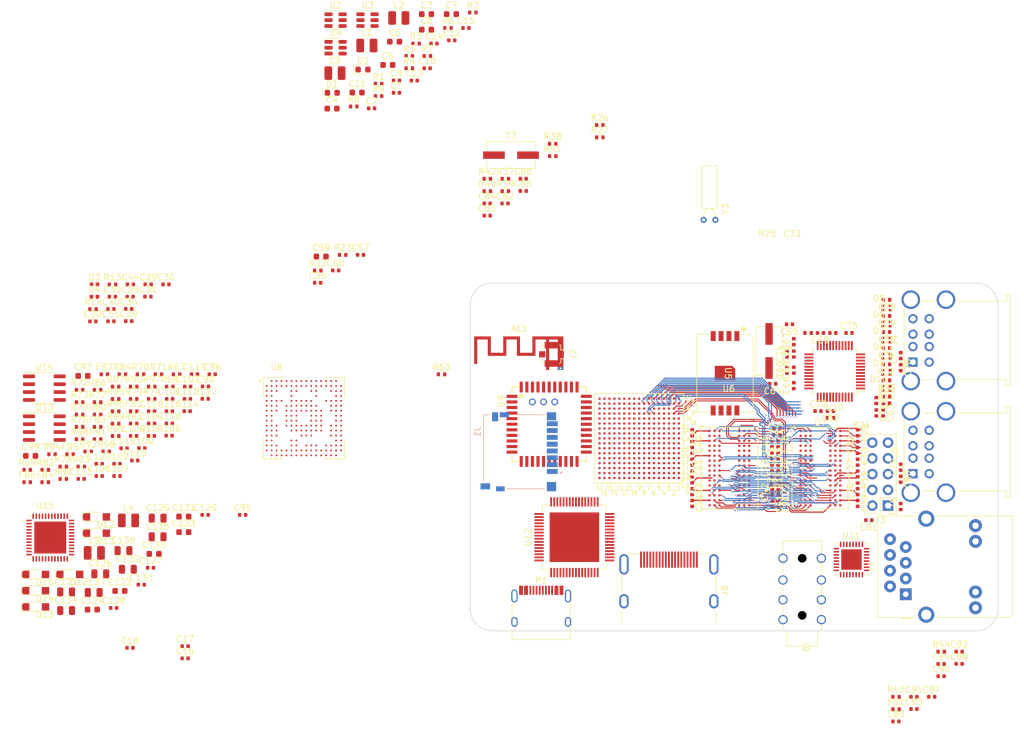
<source format=kicad_pcb>
(kicad_pcb (version 20211014) (generator pcbnew)
  (layers (0 "F.Cu" signal) (1 "In1.Cu" signal) (2 "In2.Cu" signal) (3 "In3.Cu" signal) (4 "In4.Cu" signal) (31 "B.Cu" signal) (34 "B.Paste" user) (35 "F.Paste" user) (36 "B.SilkS" user "B.Silkscreen") (37 "F.SilkS" user "F.Silkscreen") (38 "B.Mask" user) (39 "F.Mask" user) (44 "Edge.Cuts" user))
  (net 0 "")
  (net 2 "Net-(AE1-Pad1)")
  (net 3 "+5V")
  (net 4 "+3V3")
  (net 5 "+1V2")
  (net 6 "Net-(L1-Pad1)")
  (net 7 "Net-(L2-Pad1)")
  (net 8 "Net-(L3-Pad1)")
  (net 9 "Net-(C1-Pad1)")
  (net 10 "+1V4")
  (net 11 "Net-(R3-Pad2)")
  (net 12 "Net-(C10-Pad2)")
  (net 13 "Net-(R5-Pad2)")
  (net 15 "Net-(R7-Pad2)")
  (net 16 "Net-(C2-Pad1)")
  (net 17 "VDD_HIGH")
  (net 18 "/Memory/VDD_RAM_REF")
  (net 19 "/Network/PHY_LED0")
  (net 20 "/Network/PHY_LED1")
  (net 21 "+1V35")
  (net 22 "Net-(C72-Pad2)")
  (net 23 "AGND2")
  (net 24 "/Network/~{PHYRST}")
  (net 25 "Net-(J1-Pad9)")
  (net 26 "PWR_EN")
  (net 28 "DRV")
  (net 29 "LED1")
  (net 30 "LED2")
  (net 31 "LED3")
  (net 32 "LED4")
  (net 33 "Net-(D5-Pad1)")
  (net 34 "Net-(D6-Pad1)")
  (net 35 "Net-(D7-Pad1)")
  (net 36 "Net-(D8-Pad1)")
  (net 37 "/Memory/SD1_DAT2")
  (net 38 "LED5")
  (net 39 "/Memory/SD1_DAT3")
  (net 40 "Net-(J4-Pad3)")
  (net 41 "/Memory/SD1_CMD")
  (net 42 "/Memory/SD1_CLK")
  (net 43 "/Memory/SD1_DAT0")
  (net 44 "Net-(J4-Pad6)")
  (net 45 "Net-(J4-Pad7)")
  (net 46 "Net-(J6-Pad4)")
  (net 47 "/Memory/SD1_DAT1")
  (net 48 "Net-(D3-Pad2)")
  (net 52 "Net-(D4-Pad2)")
  (net 56 "Net-(D9-Pad1)")
  (net 57 "Net-(D10-Pad1)")
  (net 65 "Net-(D11-Pad2)")
  (net 84 "/Memory/NAND_DAT2")
  (net 88 "LED6")
  (net 91 "Net-(J4-Pad2)")
  (net 92 "DP5-")
  (net 93 "DP5+")
  (net 94 "DP6-")
  (net 95 "DP6+")
  (net 96 "/Memory/NAND_DAT1")
  (net 103 "/Sound/RIGHT")
  (net 104 "/Sound/LEFT")
  (net 105 "/Memory/NAND_CMD")
  (net 106 "/Network/ENET1_MDC")
  (net 107 "Net-(R37-Pad2)")
  (net 108 "/Network/ENET1_MDIO")
  (net 109 "Net-(R39-Pad2)")
  (net 111 "/Memory/NAND_DAT3")
  (net 112 "/Memory/NAND_DAT0")
  (net 113 "/Memory/NAND_CLK")
  (net 114 "/Network/ENET1_RXER")
  (net 119 "/Network/ENET1_TXD1")
  (net 120 "/Network/ENET1_TXD0")
  (net 121 "/Network/ENET1_REFCLK")
  (net 122 "/Network/ENET1_RXD1")
  (net 123 "/Network/ENET1_TXCLK")
  (net 124 "/Network/ENET1_TXEN")
  (net 125 "/Network/ENET1_RXD0")
  (net 126 "/Memory/MMDC_A14")
  (net 127 "/Memory/MMDC_A6")
  (net 128 "/Memory/MMDC_~{RST}")
  (net 133 "/Memory/MMDC_BA1")
  (net 134 "/Memory/MMDC_A1")
  (net 135 "/Memory/MMDC_A13")
  (net 136 "/Memory/MMDC_A7")
  (net 137 "/Memory/MMDC_~{CS1}")
  (net 140 "/Memory/MMDC_~{WE}")
  (net 141 "/Memory/MMDC_~{CAS}")
  (net 142 "/Memory/MMDC_CKE1")
  (net 143 "/Memory/MMDC_A8")
  (net 147 "/Memory/MMDC_A2")
  (net 148 "/Memory/MMDC_BA2")
  (net 149 "/Memory/MMDC_A11")
  (net 150 "/Memory/MMDC_A4")
  (net 151 "/Memory/MMDC_A15")
  (net 156 "/Memory/MMDC_A5")
  (net 157 "/Memory/MMDC_A9")
  (net 158 "/Memory/MMDC_A12")
  (net 159 "/Memory/MMDC_A0")
  (net 169 "/Memory/MMDC_BA0")
  (net 170 "/Memory/MMDC_A3")
  (net 171 "/Memory/MMDC_CKE0")
  (net 172 "/Memory/MMDC_A10")
  (net 173 "/Memory/MMDC_~{RAS}")
  (net 179 "/Memory/MMDC_~{CS0}")
  (net 180 "Net-(R11-Pad1)")
  (net 181 "Net-(C90-Pad2)")
  (net 193 "/Memory/MMDC_CLK_P")
  (net 194 "/Memory/MMDC_CLK_N")
  (net 195 "/Memory/MMDC_D13")
  (net 196 "/Memory/MMDC_D12")
  (net 207 "/Memory/MMDC_D15")
  (net 208 "/Memory/MMDC_D14")
  (net 209 "/Memory/MMDC_D11")
  (net 215 "Net-(C93-Pad2)")
  (net 216 "Net-(C94-Pad2)")
  (net 217 "/Memory/MMDC_D0")
  (net 218 "/Memory/MMDC_D6")
  (net 219 "/Memory/MMDC_D2")
  (net 220 "Net-(C101-Pad2)")
  (net 221 "/Memory/MMDC_D5")
  (net 225 "/Memory/SD1_CD")
  (net 226 "Net-(U1-PadT13)")
  (net 229 "/Memory/MMDC_D8")
  (net 230 "/Memory/MMDC_D9")
  (net 231 "/Memory/MMDC_D7")
  (net 232 "/Memory/MMDC_D10")
  (net 233 "/Memory/MMDC_D1")
  (net 234 "/Memory/MMDC_D3")
  (net 235 "/Memory/MMDC_D4")
  (net 239 "Net-(U1-PadU13)")
  (net 240 "Net-(R15-Pad1)")
  (net 243 "Net-(C102-Pad2)")
  (net 244 "Net-(C104-Pad2)")
  (net 245 "Net-(C106-Pad2)")
  (net 246 "Net-(C108-Pad1)")
  (net 247 "Net-(C109-Pad1)")
  (net 248 "Net-(C109-Pad2)")
  (net 249 "Net-(C110-Pad1)")
  (net 250 "Net-(C110-Pad2)")
  (net 254 "Net-(R13-Pad1)")
  (net 257 "Net-(C111-Pad2)")
  (net 258 "Net-(C112-Pad2)")
  (net 259 "Net-(C114-Pad2)")
  (net 260 "Net-(C115-Pad2)")
  (net 264 "Net-(R14-Pad1)")
  (net 267 "Net-(U8-PadD1)")
  (net 268 "Net-(U8-PadE1)")
  (net 269 "Net-(U8-PadE2)")
  (net 270 "Net-(U8-PadE3)")
  (net 271 "Net-(U8-PadF2)")
  (net 272 "Net-(U8-PadF3)")
  (net 273 "Net-(R47-Pad1)")
  (net 285 "/Network/ENET1_MII{slash}RMII_MODE")
  (net 286 "Net-(R50-Pad2)")
  (net 287 "Net-(R48-Pad2)")
  (net 299 "Net-(C117-Pad2)")
  (net 300 "Net-(C118-Pad2)")
  (net 301 "Net-(C127-Pad1)")
  (net 302 "Net-(C128-Pad1)")
  (net 303 "/Display/HDMI_TX2p")
  (net 304 "/Display/HDMI_TX2n")
  (net 305 "/Display/HDMI_TX1p")
  (net 306 "/Display/HDMI_TX1n")
  (net 307 "/Display/HDMI_TX0p")
  (net 308 "/Display/HDMI_TX0n")
  (net 309 "/Display/HDMI_TXCp")
  (net 310 "/Display/HDMI_TXCn")
  (net 311 "/USB/USB1_DP")
  (net 312 "/USB/USB1_DN")
  (net 313 "Net-(R26-Pad2)")
  (net 314 "Net-(R27-Pad1)")
  (net 315 "Net-(R41-Pad2)")
  (net 316 "Net-(R63-Pad2)")
  (net 317 "/Display/LCD_CLK")
  (net 318 "/Display/LCD_DAT1")
  (net 319 "/Display/LCD_DAT6")
  (net 320 "/Display/LCD_DAT9")
  (net 321 "/Display/LCD_DAT14")
  (net 322 "/Display/LCD_DAT18")
  (net 323 "/Display/LCD_DAT22")
  (net 324 "/Display/LCD_EN")
  (net 325 "/Display/LCD_DAT0")
  (net 326 "/Display/LCD_DAT5")
  (net 327 "/Display/LCD_DAT8")
  (net 328 "/Display/LCD_DAT13")
  (net 329 "/Display/LCD_DAT17")
  (net 330 "/Display/LCD_DAT21")
  (net 331 "/Display/LCD_DAT23")
  (net 332 "/Display/LCD_VSYNC")
  (net 333 "/Display/LCD_DAT4")
  (net 334 "/Display/LCD_DAT12")
  (net 335 "/Display/LCD_DAT16")
  (net 336 "/Display/LCD_DAT20")
  (net 337 "/Display/LCD_HSYNC")
  (net 338 "/Display/LCD_DAT3")
  (net 339 "/Display/LCD_DAT7")
  (net 340 "/Display/LCD_DAT11")
  (net 341 "/Display/LCD_DAT15")
  (net 342 "/Display/LCD_DAT19")
  (net 343 "/Display/LCD_RST")
  (net 344 "/Display/LCD_DAT2")
  (net 345 "/Display/LCD_DAT10")
  (net 346 "Net-(R49-Pad1)")
  (net 347 "Net-(R55-Pad2)")
  (net 348 "Net-(R53-Pad1)")
  (net 349 "Net-(R51-Pad2)")
  (net 350 "Net-(R52-Pad2)")
  (net 351 "Net-(R59-Pad1)")
  (net 352 "Net-(R65-Pad2)")
  (net 353 "Net-(R62-Pad1)")
  (net 354 "/Display/E-PAPER/VB")
  (net 355 "/Display/E-PAPER/VN")
  (net 356 "/Display/E-PAPER/VCOM")
  (net 357 "/Display/E-PAPER/VEE")
  (net 358 "/Display/E-PAPER/VDDH")
  (net 359 "Net-(D12-Pad2)")
  (net 360 "Net-(D17-Pad1)")
  (net 361 "Net-(FB2-Pad2)")
  (net 362 "Net-(FB3-Pad2)")
  (net 363 "Net-(FB4-Pad2)")
  (net 364 "Net-(FB5-Pad2)")
  (net 365 "Net-(R67-Pad1)")
  (net 366 "Net-(R68-Pad1)")
  (net 367 "Net-(R85-Pad2)")
  (net 368 "Net-(R86-Pad2)")
  (net 369 "Net-(R87-Pad2)")
  (net 370 "Net-(R88-Pad2)")
  (net 371 "Net-(R89-Pad2)")
  (net 372 "Net-(R91-Pad2)")
  (net 373 "Net-(R93-Pad2)")
  (net 374 "Net-(R94-Pad2)")
  (net 375 "/Sound/MIC")
  (net 376 "/Sound/GROUND")
  (net 377 "/Memory/MMDC_ODT1")
  (net 378 "/Memory/MMDC_ODT0")
  (net 379 "/Memory/MMDC_SDQS0_P")
  (net 380 "/Memory/MMDC_SDQS0_N")
  (net 381 "/Memory/MMDC_SDQS1_P")
  (net 382 "/Memory/MMDC_SDQS1_N")
  (net 383 "/Memory/MMDC_DQM1")
  (net 384 "/Memory/MMDC_DQM0")
  (net 385 "Net-(R19-Pad1)")
  (net 390 "Net-(J5-Pad2)")
  (net 399 "/Display/E-PAPER/XSCL")
  (net 400 "/Display/E-PAPER/XSDA")
  (net 402 "/Display/E-PAPER/VDD")
  (net 406 "/Display/E-PAPER/VEE_FB")
  (net 407 "/Display/E-PAPER/VDD_FB")
  (net 409 "Net-(C56-Pad1)")
  (net 410 "Net-(C57-Pad1)")
  (net 411 "Net-(C58-Pad1)")
  (net 412 "Net-(C60-Pad1)")
  (net 413 "Net-(C63-Pad1)")
  (net 414 "Net-(C64-Pad2)")
  (net 415 "Net-(C65-Pad2)")
  (net 416 "Net-(C82-Pad2)")
  (net 417 "Net-(C83-Pad2)")
  (net 418 "Net-(C84-Pad2)")
  (net 419 "Net-(C85-Pad2)")
  (net 420 "Net-(C86-Pad2)")
  (net 421 "Net-(C87-Pad1)")
  (net 422 "Net-(C88-Pad1)")
  (net 423 "Net-(C96-Pad2)")
  (net 424 "Net-(C98-Pad2)")
  (net 425 "Net-(C100-Pad1)")
  (net 426 "Net-(C101-Pad1)")
  (net 427 "Net-(C102-Pad1)")
  (net 428 "Net-(C103-Pad1)")
  (net 429 "Net-(C103-Pad2)")
  (net 430 "Net-(C104-Pad1)")
  (net 431 "Net-(C105-Pad1)")
  (net 432 "Net-(C105-Pad2)")
  (net 433 "Net-(C106-Pad1)")
  (net 434 "Net-(C107-Pad1)")
  (net 435 "Net-(C107-Pad2)")
  (net 436 "Net-(C108-Pad2)")
  (net 437 "Net-(C119-Pad1)")
  (net 438 "Net-(C120-Pad1)")
  (net 439 "Net-(C128-Pad2)")
  (net 440 "Net-(C129-Pad1)")
  (net 441 "Net-(C129-Pad2)")
  (net 442 "Net-(C131-Pad1)")
  (net 443 "Net-(C132-Pad2)")
  (net 444 "Net-(C133-Pad1)")
  (net 445 "Net-(C134-Pad2)")
  (net 448 "Net-(J5-Pad3)")
  (net 449 "Net-(J5-Pad6)")
  (net 450 "Net-(J5-Pad7)")
  (net 451 "Net-(J7-Pad1)")
  (net 452 "Net-(J7-Pad3)")
  (net 453 "Net-(J7-Pad4)")
  (net 454 "Net-(J7-Pad6)")
  (net 456 "Net-(J7-PadL2)")
  (net 457 "Net-(J7-PadL3)")
  (net 464 "Net-(J9-PadR2)")
  (net 465 "Net-(J9-PadS)")
  (net 466 "Net-(J6-Pad10)")
  (net 467 "Net-(J6-Pad2)")
  (net 468 "Net-(C138-Pad1)")
  (footprint "TheBrutzlers_Lib:DUAL_LED_0603" (layer "F.Cu") (at 151.45 68.35)
    (fp_text reference "D5")
    (fp_text value "LED_Dual_LED")
  )
  (footprint "Resistor_SMD:R_0402_1005Metric" (layer "F.Cu") (at 21.27 85.56)
    (fp_text reference "R75")
    (fp_text value "2K7")
  )
  (footprint "Resistor_SMD:R_0402_1005Metric" (layer "F.Cu") (at 25.56 91.53)
    (fp_text reference "R96")
    (fp_text value "0R")
  )
  (footprint "Resistor_SMD:R_0402_1005Metric" (layer "F.Cu") (at 30 85.04)
    (fp_text reference "FB2")
    (fp_text value "FerriteBead")
  )
  (footprint "Capacitor_SMD:C_0402_1005Metric" (layer "F.Cu") (at 59.68 64.3)
    (fp_text reference "C56")
    (fp_text value "1µ")
  )
  (footprint "Capacitor_SMD:C_0402_1005Metric" (layer "F.Cu") (at 87.03 53.47)
    (fp_text reference "C83")
    (fp_text value "C")
  )
  (footprint "Capacitor_SMD:C_0402_1005Metric" (layer "F.Cu") (at 42.68 79.06)
    (fp_text reference "C96")
    (fp_text value "100n")
  )
  (footprint "Capacitor_SMD:C_0402_1005Metric" (layer "F.Cu") (at 146.8 92.3 -90)
    (fp_text reference "C33")
    (fp_text value "100n")
  )
  (footprint "TheBrutzlers_Lib:AUDIO_3.5mm_PJ-313B6-B" (layer "F.Cu") (at 137.85 122.95 -90)
    (fp_text reference "J9")
    (fp_text value "AudioJack4")
  )
  (footprint "Capacitor_SMD:C_0402_1005Metric" (layer "F.Cu") (at 133.969828 94.19 -90)
    (fp_text reference "C24")
    (fp_text value "100n")
  )
  (footprint "Resistor_SMD:R_0402_1005Metric" (layer "F.Cu") (at 30 87.03)
    (fp_text reference "R93")
    (fp_text value "10K")
  )
  (footprint "Resistor_SMD:R_0402_1005Metric" (layer "F.Cu") (at 21.27 83.57)
    (fp_text reference "R73")
    (fp_text value "2K7")
  )
  (footprint "Resistor_SMD:R_0402_1005Metric" (layer "F.Cu") (at 16.83 91.97)
    (fp_text reference "R94")
    (fp_text value "10K")
  )
  (footprint "Capacitor_SMD:C_0402_1005Metric" (layer "F.Cu") (at 136.5 75.8 90)
    (fp_text reference "C70")
    (fp_text value "100n")
  )
  (footprint "Capacitor_SMD:C_0402_1005Metric" (layer "F.Cu") (at 29.47 64.56)
    (fp_text reference "C44")
    (fp_text value "1µ")
  )
  (footprint "Capacitor_SMD:C_0805_2012Metric" (layer "F.Cu") (at 33.86 105.28)
    (fp_text reference "C135")
    (fp_text value "4µ7")
  )
  (footprint "Connector_HDMI:HDMI_A_Molex_208658-1001_Horizontal" (layer "F.Cu") (at 116.35 112.25 -90)
    (fp_text reference "J8")
    (fp_text value "HDMI_A")
  )
  (footprint "Capacitor_SMD:C_0805_2012Metric" (layer "F.Cu") (at 24.61 111.26)
    (fp_text reference "C126")
    (fp_text value "4µ7")
  )
  (footprint "Capacitor_SMD:C_0402_1005Metric" (layer "F.Cu") (at 26.33 68.54)
    (fp_text reference "C40")
    (fp_text value "1µ")
  )
  (footprint "Capacitor_SMD:C_0402_1005Metric" (layer "F.Cu") (at 38.71 81.05)
    (fp_text reference "C103")
    (fp_text value "1µ")
  )
  (footprint "Resistor_SMD:R_0402_1005Metric" (layer "F.Cu") (at 21.27 87.55)
    (fp_text reference "R76")
    (fp_text value "2K7")
  )
  (footprint "Capacitor_SMD:C_0402_1005Metric" (layer "F.Cu") (at 153.75 96 -90)
    (fp_text reference "C80")
    (fp_text value "1µ")
  )
  (footprint "Capacitor_SMD:C_0402_1005Metric" (layer "F.Cu") (at 152.97 135.08)
    (fp_text reference "C89")
    (fp_text value "1µ")
  )
  (footprint "Capacitor_SMD:C_0402_1005Metric" (layer "F.Cu") (at 135.4 78.4 90)
    (fp_text reference "C60")
    (fp_text value "1µ")
  )
  (footprint "Resistor_SMD:R_0402_1005Metric" (layer "F.Cu") (at 146.8 96.1 -90)
    (fp_text reference "R19")
    (fp_text value "240R")
  )
  (footprint "Resistor_SMD:R_0402_1005Metric" (layer "F.Cu") (at 35.82 81.06)
    (fp_text reference "R68")
    (fp_text value "2K2")
  )
  (footprint "Capacitor_SMD:C_0402_1005Metric" (layer "F.Cu") (at 132.969828 90.29 90)
    (fp_text reference "C46")
    (fp_text value "100n")
  )
  (footprint "Resistor_SMD:R_0402_1005Metric" (layer "F.Cu") (at 30 81.06)
    (fp_text reference "R90")
    (fp_text value "20K")
  )
  (footprint "Resistor_SMD:R_0402_1005Metric" (layer "F.Cu") (at 74.46 29.7)
    (fp_text reference "R4")
    (fp_text value "100K")
  )
  (footprint "Inductor_SMD:L_1008_2520Metric" (layer "F.Cu") (at 29.16 102.64)
    (fp_text reference "L4")
    (fp_text value "2µ2")
  )
  (footprint "Capacitor_SMD:C_0402_1005Metric" (layer "F.Cu") (at 72.4 33.65)
    (fp_text reference "C1")
    (fp_text value "100n")
  )
  (footprint "Capacitor_SMD:C_0402_1005Metric" (layer "F.Cu") (at 81.32 25.19)
    (fp_text reference "C12")
    (fp_text value "100n")
  )
  (footprint "TheBrutzlers_Lib:DUAL_LED_0603" (layer "F.Cu") (at 151.45 70.95)
    (fp_text reference "D6")
    (fp_text value "LED_Dual_LED")
  )
  (footprint "Resistor_SMD:R_0402_1005Metric" (layer "F.Cu") (at 18.64 93.96)
    (fp_text reference "R78")
    (fp_text value "2K7")
  )
  (footprint "Capacitor_SMD:C_0402_1005Metric" (layer "F.Cu") (at 160.26 125.8)
    (fp_text reference "C94")
    (fp_text value "100n")
  )
  (footprint "Capacitor_SMD:C_0402_1005Metric" (layer "F.Cu") (at 142.8 72.4)
    (fp_text reference "C73")
    (fp_text value "100n")
  )
  (footprint "Capacitor_SMD:C_0402_1005Metric" (layer "F.Cu") (at 163.17 125.78)
    (fp_text reference "C88")
    (fp_text value "100n")
  )
  (footprint "Resistor_SMD:R_0402_1005Metric" (layer "F.Cu") (at 32.91 81.06)
    (fp_text reference "R97")
    (fp_text value "0R")
  )
  (footprint "Resistor_SMD:R_0402_1005Metric" (layer "F.Cu") (at 24.18 81.58)
    (fp_text reference "R86")
    (fp_text value "10K")
  )
  (footprint "Capacitor_SMD:C_0402_1005Metric" (layer "F.Cu") (at 30.18 92.97)
    (fp_text reference "C115")
    (fp_text value "220p")
  )
  (footprint "Resistor_SMD:R_0402_1005Metric" (layer "F.Cu") (at 160.28 123.82)
    (fp_text reference "R44")
    (fp_text value "1K")
  )
  (footprint "Capacitor_SMD:C_0402_1005Metric" (layer "F.Cu") (at 26.77 116.76)
    (fp_text reference "C128")
    (fp_text value "10n")
  )
  (footprint "Capacitor_SMD:C_0402_1005Metric" (layer "F.Cu") (at 132.969828 92.24 -90)
    (fp_text reference "C45")
    (fp_text value "100n")
  )
  (footprint "Capacitor_SMD:C_0603_1608Metric" (layer "F.Cu") (at 77.25 20.96)
    (fp_text reference "C3")
    (fp_text value "22µ")
  )
  (footprint "Connector_USB:USB_A_Wuerth_61400826021_Horizontal_Stacked" (layer "F.Cu") (at 155.72 95.1 90)
    (fp_text reference "J5")
    (fp_text value "USB_A_Stacked")
  )
  (footprint "Capacitor_SMD:C_0402_1005Metric" (layer "F.Cu") (at 120.1 90.4 -90)
    (fp_text reference "C49")
    (fp_text value "100n")
  )
  (footprint "Capacitor_SMD:C_0603_1608Metric" (layer "F.Cu") (at 62 36.2)
    (fp_text reference "C4")
    (fp_text value "22µ")
  )
  (footprint "Capacitor_SMD:C_0402_1005Metric" (layer "F.Cu") (at 27.31 95.48)
    (fp_text reference "C107")
    (fp_text value "220p")
  )
  (footprint "Capacitor_SMD:C_0805_2012Metric" (layer "F.Cu") (at 29.06 110.52)
    (fp_text reference "C132")
    (fp_text value "4µ7")
  )
  (footprint "Capacitor_SMD:C_0402_1005Metric" (layer "F.Cu") (at 120.1 92.3 90)
    (fp_text reference "C50")
    (fp_text value "100n")
  )
  (footprint "Capacitor_SMD:C_0402_1005Metric" (layer "F.Cu") (at 160.26 127.77)
    (fp_text reference "C90")
    (fp_text value "1µ")
  )
  (footprint "Resistor_SMD:R_0402_1005Metric" (layer "F.Cu") (at 18.64 95.95)
    (fp_text reference "R88")
    (fp_text value "10K")
  )
  (footprint "Capacitor_SMD:C_0402_1005Metric" (layer "F.Cu") (at 133.969828 92.24 90)
    (fp_text reference "C25")
    (fp_text value "100n")
  )
  (footprint "TheBrutzlers_Lib:BGA256C80P16X16_1300X1300X130N" (layer "F.Cu") (at 57.45 86.15)
    (fp_text reference "U8")
    (fp_text value "X1000")
  )
  (footprint "Capacitor_SMD:C_0402_1005Metric" (layer "F.Cu") (at 38.67 83.04)
    (fp_text reference "C113")
    (fp_text value "1n")
  )
  (footprint "Package_DFN_QFN:QFN-32-1EP_5x5mm_P0.5mm_EP3.3x3.3mm" (layer "F.Cu") (at 145.8 108.95)
    (fp_text reference "U11")
    (fp_text value "RTL8201F")
  )
  (footprint "Capacitor_SMD:C_0402_1005Metric" (layer "F.Cu") (at 146.8 99.9 -90)
    (fp_text reference "C39")
    (fp_text value "100n")
  )
  (footprint "Resistor_SMD:R_0402_1005Metric" (layer "F.Cu") (at 24.18 87.55)
    (fp_text reference "FB3")
    (fp_text value "FerriteBead")
  )
  (footprint "Capacitor_SMD:C_0402_1005Metric" (layer "F.Cu") (at 32.34 64.56)
    (fp_text reference "C29")
    (fp_text value "100n")
  )
  (footprint "Capacitor_SMD:C_0603_1608Metric" (layer "F.Cu") (at 33.29 108.04)
    (fp_text reference "C130")
    (fp_text value "22µ")
  )
  (footprint "Capacitor_SMD:C_0402_1005Metric" (layer "F.Cu") (at 24.44 93.51)
    (fp_text reference "C120")
    (fp_text value "100n")
  )
  (footprint "Capacitor_SMD:C_0402_1005Metric" (layer "F.Cu") (at 155.88 131.1)
    (fp_text reference "C91")
    (fp_text value "100n")
  )
  (footprint "Inductor_SMD:L_1008_2520Metric" (layer "F.Cu") (at 72.77 21.58)
    (fp_text reference "L2")
    (fp_text value "2µ2")
  )
  (footprint "Capacitor_SMD:C_0402_1005Metric" (layer "F.Cu") (at 133 98.09 90)
    (fp_text reference "C42")
    (fp_text value "100n")
  )
  (footprint "Capacitor_SMD:C_0603_1608Metric" (layer "F.Cu") (at 27.78 114.02)
    (fp_text reference "C122")
    (fp_text value "22µ")
  )
  (footprint "Capacitor_SMD:C_0402_1005Metric" (layer "F.Cu") (at 78.45 25.71)
    (fp_text reference "C14")
    (fp_text value "100n")
  )
  (footprint "Capacitor_SMD:C_0402_1005Metric" (layer "F.Cu") (at 75.27 31.68)
    (fp_text reference "C13")
    (fp_text value "100n")
  )
  (footprint "Capacitor_SMD:C_0402_1005Metric" (layer "F.Cu") (at 136.5 78.4 90)
    (fp_text reference "C68")
    (fp_text value "100n")
  )
  (footprint "Capacitor_SMD:C_0402_1005Metric" (layer "F.Cu") (at 133.969828 96.14 90)
    (fp_text reference "C23")
    (fp_text value "100n")
  )
  (footprint "TheBrutzlers_Lib:AP6212" (layer "F.Cu") (at 97.028 87.122)
    (fp_text reference "U9")
    (fp_text value "AP6212")
  )
  (footprint "TheBrutzlers_Lib:SOD-123FL" (layer "F.Cu") (at 14.175 111.355)
    (fp_text reference "D16")
    (fp_text value "D_Schottky")
  )
  (footprint "Capacitor_SMD:C_0402_1005Metric" (layer "F.Cu") (at 47.58 101.75)
    (fp_text reference "C95")
    (fp_text value "1µ")
  )
  (footprint "Capacitor_SMD:C_0402_1005Metric" (layer "F.Cu") (at 149.8 83.3 -90)
    (fp_text reference "C61")
    (fp_text value "1µ")
  )
  (footprint "Capacitor_SMD:C_0402_1005Metric" (layer "F.Cu") (at 21.53 95.94)
    (fp_text reference "C111")
    (fp_text value "1n")
  )
  (footprint "TheBrutzlers_Lib:DUAL_LED_0603" (layer "F.Cu") (at 151.45 76.15)
    (fp_text reference "D8")
    (fp_text value "LED_Dual_LED")
  )
  (footprint "Resistor_SMD:R_0402_1005Metric" (layer "F.Cu") (at 19.74 91.97)
    (fp_text reference "FB5")
    (fp_text value "FerriteBead")
  )
  (footprint "Capacitor_SMD:C_0402_1005Metric" (layer "F.Cu") (at 32.72 110.28)
    (fp_text reference "C127")
    (fp_text value "100n")
  )
  (footprint "Package_QFP:LQFP-48_7x7mm_P0.5mm" (layer "F.Cu") (at 143.1 78.6 180)
    (fp_text reference "U10")
    (fp_text value "FE2.1")
  )
  (footprint "Resistor_SMD:R_0402_1005Metric" (layer "F.Cu") (at 84.72 20.7)
    (fp_text reference "R2")
    (fp_text value "30K")
  )
  (footprint "Resistor_SMD:R_0402_1005Metric" (layer "F.Cu") (at 105.2 38.85)
    (fp_text reference "R26")
    (fp_text value "2K7")
  )
  (footprint "Resistor_SMD:R_0402_1005Metric" (layer "F.Cu") (at 27.09 81.06)
    (fp_text reference "R87")
    (fp_text value "10K")
  )
  (footprint "Capacitor_SMD:C_0402_1005Metric" (layer "F.Cu") (at 38.3 124.9)
    (fp_text reference "C16")
    (fp_text value "1µ")
  )
  (footprint "TheBrutzlers_Lib:QFN50P700X700X100-49N" (layer "F.Cu") (at 16.54 105.405)
    (fp_text reference "U15")
    (fp_text value "TPS65185RGZR")
  )
  (footprint "Resistor_SMD:R_0402_1005Metric" (layer "F.Cu") (at 21.27 81.58)
    (fp_text reference "R72")
    (fp_text value "2K7")
  )
  (footprint "Capacitor_SMD:C_0603_1608Metric" (layer "F.Cu") (at 77.25 23.47)
    (fp_text reference "C8")
    (fp_text value "22µ")
  )
  (footprint "Capacitor_SMD:C_0603_1608Metric" (layer "F.Cu") (at 23.33 117.03)
    (fp_text reference "C124")
    (fp_text value "22µ")
  )
  (footprint "Resistor_SMD:R_0402_1005Metric" (layer "F.Cu") (at 15.73 96.47)
    (fp_text reference "FB4")
    (fp_text value "FerriteBead")
  )
  (footprint "Resistor_SMD:R_0402_1005Metric" (layer "F.Cu") (at 69.51 34.18)
    (fp_text reference "R9")
    (fp_text value "1K")
  )
  (footprint "Resistor_SMD:R_0402_1005Metric" (layer "F.Cu") (at 138.8 72.4)
    (fp_text reference "R25")
    (fp_text value "1MEG")
  )
  (footprint "Capacitor_SMD:C_0402_1005Metric" (layer "F.Cu") (at 66.6 59.8)
    (fp_text reference "C57")
    (fp_text value "1µ")
  )
  (footprint "Capacitor_SMD:C_0805_2012Metric" (layer "F.Cu") (at 33.86 102.27)
    (fp_text reference "C125")
    (fp_text value "4µ7")
  )
  (footprint "Resistor_SMD:R_0402_1005Metric" (layer "F.Cu") (at 24.18 89.54)
    (fp_text reference "R91")
    (fp_text value "20K")
  )
  (footprint "Resistor_SMD:R_0402_1005Metric" (layer "F.Cu") (at 23.44 68.55)
    (fp_text reference "R14")
    (fp_text value "1K")
  )
  (footprint "Capacitor_SMD:C_0402_1005Metric" (layer "F.Cu") (at 35.76 87)
    (fp_text reference "C110")
    (fp_text value "220p")
  )
  (footprint "Resistor_SMD:R_0402_1005Metric" (layer "F.Cu") (at 105.2 40.84)
    (fp_text reference "R27")
    (fp_text value "1K")
  )
  (footprint "Resistor_SMD:R_0402_1005Metric" (layer "F.Cu") (at 28.19 79.07)
    (fp_text reference "R84")
    (fp_text value "2K7")
  )
  (footprint "Capacitor_SMD:C_0402_1005Metric" (layer "F.Cu") (at 148.6 102.6 180)
    (fp_text reference "C81")
    (fp_text value "1µ")
  )
  (footprint "Capacitor_SMD:C_0402_1005Metric" (layer "F.Cu") (at 38.3 122.93)
    (fp_text reference "C17")
    (fp_text value "100n")
  )
  (footprint "Capacitor_SMD:C_0402_1005Metric" (layer "F.Cu") (at 27.31 93.51)
    (fp_text reference "C102")
    (fp_text value "1µ")
  )
  (footprint "TheBrutzlers_Lib:DUAL_LED_0603" (layer "F.Cu") (at 151.45 73.55)
    (fp_text reference "D7")
    (fp_text value "LED_Dual_LED")
  )
  (footprint "LED_SMD:LED_0402_1005Metric" (layer "F.Cu") (at 23.675 66.56)
    (fp_text reference "D4")
    (fp_text value "LED")
  )
  (footprint "Resistor_SMD:R_0402_1005Metric" (layer "F.Cu") (at 24.18 85.56)
    (fp_text reference "R80")
    (fp_text value "2K7")
  )
  (footprint "Resistor_SMD:R_0402_1005Metric" (layer "F.Cu") (at 21.55 93.96)
    (fp_text reference "R83")
    (fp_text value "2K7")
  )
  (footprint "Capacitor_SMD:C_0603_1608Metric" (layer "F.Cu") (at 71 29.16)
    (fp_text reference "C5")
    (fp_text value "22µ")
  )
  (footprint "TheBrutzlers_Lib:SOD-123FL" (layer "F.Cu") (at 19.685 111.355)
    (fp_text reference "D17")
    (fp_text value "D_Schottky")
  )
  (footprint "TheBrutzlers_Lib:DUAL_LED_0603" (layer "F.Cu") (at 151.45 81.35)
    (fp_text reference "D10")
    (fp_text value "LED_Dual_LED")
  )
  (footprint "Resistor_SMD:R_0402_1005Metric" (layer "F.Cu") (at 97.6 41.88)
    (fp_text reference "R38")
    (fp_text value "100K")
  )
  (footprint "Capacitor_SMD:C_0402_1005Metric" (layer "F.Cu") (at 24.44 95.48)
    (fp_text reference "C105")
    (fp_text value "220p")
  )
  (footprint "Resistor_SMD:R_0402_1005Metric" (layer "F.Cu") (at 142.4 86.1 180)
    (fp_text reference "R24")
    (fp_text value "100K")
  )
  (footprint "Capacitor_SMD:C_0603_1608Metric" (layer "F.Cu") (at 38.09 104.53)
    (fp_text reference "C123")
    (fp_text value "22µ")
  )
  (footprint "Capacitor_SMD:C_0402_1005Metric" (layer "F.Cu") (at 135.8 71 180)
    (fp_text reference "C65")
    (fp_text value "20p")
  )
  (footprint "Resistor_SMD:R_0402_1005Metric" (layer "F.Cu") (at 36.92 79.07)
    (fp_text reference "R67")
    (fp_text value "2K2")
  )
  (footprint "Crystal:Crystal_SMD_ECS_CSM3X-2Pin_7.6x4.1mm" (layer "F.Cu") (at 132.5 75.3 -90)
    (fp_text reference "Y1")
    (fp_text value "12MHz")
  )
  (footprint "Inductor_SMD:L_1008_2520Metric" (layer "F.Cu") (at 67.62 26.03)
    (fp_text reference "L1")
    (fp_text value "2µ2")
  )
  (footprint "Capacitor_SMD:C_0402_1005Metric" (layer "F.Cu") (at 120.1 96.1 90)
    (fp_text reference "C52")
    (fp_text value "100n")
  )
  (footprint "Resistor_SMD:R_0402_1005Metric" (layer "F.Cu") (at 152.99 133.1)
    (fp_text reference "FB1")
    (fp_text value "FerriteBead")
  )
  (footprint "Capacitor_SMD:C_0402_1005Metric" (layer "F.Cu") (at 68.39 36.16)
    (fp_text reference "C2")
    (fp_text value "100n")
  )
  (footprint "RF_Antenna:Texas_SWRA117D_2.4GHz_Left" (layer "F.Cu") (at 96.774 78.105)
    (fp_text reference "AE1")
    (fp_text value "Antenna_Shield")
  )
  (footprint "Capacitor_SMD:C_0402_1005Metric" (layer "F.Cu") (at 133.3 88.34 -90)
    (fp_text reference "C47")
    (fp_text value "100n")
  )
  (footprint "TheBrutzlers_Lib:IMX6UL_BGA289" (layer "F.Cu") (at 111.55 89.4 180)
    (fp_text reference "U1")
    (fp_text value "IMX6UL")
  )
  (footprint "Capacitor_SMD:C_0402_1005Metric" (layer "F.Cu") (at 145.4 72.4)
    (fp_text reference "C75")
    (fp_text value "100n")
  )
  (footprint "Resistor_SMD:R_0402_1005Metric" (layer "F.Cu") (at 87.05 47.53)
    (fp_text reference "R42")
    (fp_text value "1K")
  )
  (footprint "Capacitor_SMD:C_0402_1005Metric" (layer "F.Cu") (at 35.76 85.03)
    (fp_text reference "C116")
    (fp_text value "1n")
  )
  (footprint "Resistor_SMD:R_0402_1005Metric" (layer "F.Cu") (at 152.99 131.11)
    (fp_text reference "R43")
    (fp_text value "1K")
  )
  (footprint "Resistor_SMD:R_0402_1005Metric" (layer "F.Cu") (at 97.6 43.87)
    (fp_text reference "R41")
    (fp_text value "100K")
  )
  (footprint "Capacitor_SMD:C_0402_1005Metric" (layer "F.Cu") (at 134.3 88.34 90)
    (fp_text reference "C27")
    (fp_text value "100n")
  )
  (footprint "Capacitor_SMD:C_0805_2012Metric" (layer "F.Cu") (at 19.1 114.17)
    (fp_text reference "C121")
    (fp_text value "4µ7")
  )
  (footprint "Resistor_SMD:R_0402_1005Metric" (layer "F.Cu") (at 151.45 77.45 180)
    (fp_text reference "R32")
    (fp_text value "1K")
  )
  (footprint "Resistor_SMD:R_0402_1005Metric" (layer "F.Cu") (at 89.96 47.53)
    (fp_text reference "R37")
    (fp_text value "1K")
  )
  (footprint "Capacitor_SMD:C_0402_1005Metric" (layer "F.Cu") (at 120.1 94.2 -90)
    (fp_text reference "C51")
    (fp_text value "100n")
  )
  (footprint "Resistor_SMD:R_0402_1005Metric" (layer "F.Cu") (at 87.05 49.52)
    (fp_text reference "R40")
    (fp_text value "1K")
  )
  (footprint "Resistor_SMD:R_0402_1005Metric" (layer "F.Cu") (at 65.5 35.86)
    (fp_text reference "R8")
    (fp_text value "100K")
  )
  (footprint "Capacitor_SMD:C_0402_1005Metric" (layer "F.Cu") (at 41.54 83.02)
    (fp_text reference "C112")
    (fp_text value "220p")
  )
  (footprint "Capacitor_SMD:C_0603_1608Metric" (layer "F.Cu") (at 38.09 102.02)
    (fp_text reference "C131")
    (fp_text value "22µ")
  )
  (footprint "Capacitor_SMD:C_0402_1005Metric" (layer "F.Cu") (at 62.59 62.31)
    (fp_text reference "C58")
    (fp_text value "100n")
  )
  (footprint "Capacitor_SMD:C_0402_1005Metric" (layer "F.Cu") (at 136.5 73.8 90)
    (fp_text reference "C67")
    (fp_text value "1µ")
  )
  (footprint "Capacitor_SMD:C_0402_1005Metric" (layer "F.Cu") (at 32.89 85.03)
    (fp_text reference "C118")
    (fp_text value "1µ")
  )
  (footprint "TheBrutzlers_Lib:RJ45_HR913550A" (layer "F.Cu") (at 154.561 114.552 90)
    (fp_text reference "J7")
    (fp_text value "RJ45_HR913550A")
  )
  (footprint "Capacitor_SMD:C_0402_1005Metric" (layer "F.Cu") (at 83.6 23.2)
    (fp_text reference "C15")
    (fp_text value "100n")
  )
  (footprint "Capacitor_SMD:C_0402_1005Metric" (layer "F.Cu") (at 41.53 101.75)
    (fp_text reference "C129")
    (fp_text value "10n")
  )
  (footprint "Capacitor_SMD:C_0402_1005Metric" (layer "F.Cu") (at 29.2 70.49)
    (fp_text reference "C19")
    (fp_text value "1µ")
  )
  (footprint "Resistor_SMD:R_0402_1005Metric" (layer "F.Cu") (at 74.46 27.71)
    (fp_text reference "R5")
    (fp_text value "133K")
  )
  (footprint "Capacitor_SMD:C_0402_1005Metric" (layer "F.Cu") (at 32.89 87)
    (fp_text reference "C104")
    (fp_text value "1µ")
  )
  (footprint "Package_BGA:BGA-96_9.0x13.0mm_Layout2x3x16_P0.8mm" (layer "F.Cu") (at 140.8 94.2)
    (fp_text reference "U7")
    (fp_text value "MT41K256M16TW")
  )
  (footprint "Capacitor_SMD:C_0402_1005Metric" (layer "F.Cu") (at 155.88 133.07)
    (fp_text reference "C93")
    (fp_text value "100n")
  )
  (footprint "Resistor_SMD:R_0402_1005Metric" (layer "F.Cu") (at 12.82 96.47)
    (fp_text reference "FB6")
    (fp_text value "FerriteBead")
  )
  (footprint "Resistor_SMD:R_0402_1005Metric" (layer "F.Cu") (at 27.09 89.02)
    (fp_text reference "R81")
    (fp_text value "2K7")
  )
  (footprint "Capacitor_SMD:C_0402_1005Metric" (layer "F.Cu") (at 35.21 64.56)
    (fp_text reference "C36")
    (fp_text value "100n")
  )
  (footprint "Capacitor_SMD:C_0402_1005Metric" (layer "F.Cu") (at 35.72 88.97)
    (fp_text reference "C106")
    (fp_text value "220p")
  )
  (footprint "Capacitor_SMD:C_0402_1005Metric" (layer "F.Cu") (at 158.75 131.1)
    (fp_text reference "C87")
    (fp_text value "100n")
  )
  (footprint "Package_QFP:HTQFP-64-1EP_10x10mm_P0.5mm_EP8x8mm" (layer "F.Cu") (at 101.1 105.35 90)
    (fp_text reference "U12")
    (fp_text value "TFP410PAP")
  )
  (footprint "Capacitor_SMD:C_0402_1005Metric" (layer "F.Cu") (at 29.2 68.52)
    (fp_text reference "C34")
    (fp_text value "100n")
  )
  (footprint "Diode_SMD:D_0603_1608Metric" (layer "F.Cu") (at 66.99 29.9)
    (fp_text reference "D2")
    (fp_text value "D")
  )
  (footprint "Capacitor_SMD:C_0402_1005Metric" (layer "F.Cu") (at 31.22 113.01)
    (fp_text reference "C133")
    (fp_text value "100n")
  )
  (footprint "Package_TO_SOT_SMD:SOT-23-6" (layer "F.Cu") (at 62.57 21.93)
    (fp_text reference "U2")
    (fp_text value "MT3420C-mt3420c")
  )
  (footprint "Capacitor_SMD:C_0402_1005Metric" (layer "F.Cu") (at 146.8 90.4 90)
    (fp_text reference "C32")
    (fp_text value "100n")
  )
  (footprint "Resistor_SMD:R_0402_1005Metric" (layer "F.Cu") (at 80.71 23.21)
    (fp_text reference "R6")
    (fp_text value "100K")
  )
  (footprint "Resistor_SMD:R_0402_1005Metric" (layer "F.Cu") (at 27.09 87.03)
    (fp_text reference "R89")
    (fp_text value "20K")
  )
  (footprint "Resistor_SMD:R_0402_1005Metric" (layer "F.Cu") (at 27.09 83.05)
    (fp_text reference "R85")
    (fp_text value "10K")
  )
  (footprint "Capacitor_SMD:C_0603_1608Metric" (layer "F.Cu") (at 13.37 92.23)
    (fp_text reference "C99")
    (fp_text value "22µ")
  )
  (footprint "Resistor_SMD:R_0402_1005Metric" (layer "F.Cu") (at 15.73 94.48)
    (fp_text reference "R82")
    (fp_text value "2K7")
  )
  (footprint "Capacitor_SMD:C_0402_1005Metric" (layer "F.Cu") (at 140.4 85)
    (fp_text reference "C72")
    (fp_text value "100n")
  )
  (footprint "Package_TO_SOT_SMD:SOT-23-6" (layer "F.Cu") (at 62.57 26.38)
    (fp_text reference "U4")
    (fp_text value "MT3420C-mt3420c")
  )
  (footprint "Package_SO:SOIC-8_3.9x4.9mm_P1.27mm" (layer "F.Cu") (at 15.59 81.3)
    (fp_text reference "U14")
    (fp_text value "LM4871")
  )
  (footprint "Capacitor_SMD:C_0402_1005Metric" (layer "F.Cu") (at 146.8 94.2 90)
    (fp_text reference "C37")
    (fp_text value "100n")
  )
  (footprint "Capacitor_SMD:C_0402_1005Metric" (layer "F.Cu") (at 133.1 80.6 180)
    (fp_text reference "C64")
    (fp_text value "20p")
  )
  (footprint "Connector_Coaxial:U.FL_Molex_MCRF_73412-0110_Vertical" (layer "F.Cu") (at 97.4 75.85 90)
    (fp_text reference "J2")
    (fp_text value "Conn_Coaxial")
  )
  (footprint "Package_BGA:BGA-96_9.0x13.0mm_Layout2x3x16_P0.8mm" (layer "F.Cu") (at 126.1 94.2)
    (fp_text reference "U6")
    (fp_text value "MT41K256M16TW")
  )
  (footprint "Capacitor_SMD:C_0402_1005Metric" (layer "F.Cu") (at 163.17 123.81)
    (fp_text reference "C92")
    (fp_text value "100n")
  )
  (footprint "Capacitor_SMD:C_0603_1608Metric" (layer "F.Cu") (at 21.82 79.33)
    (fp_text reference "C97")
    (fp_text value "22µ")
  )
  (footprint "Capacitor_SMD:C_0402_1005Metric" (layer "F.Cu") (at 29.98 89.01)
    (fp_text reference "C109")
    (fp_text value "220p")
  )
  (footprint "Package_SO:SOIC-8_3.9x4.9mm_P1.27mm" (layer "F.Cu") (at 15.59 87.75)
    (fp_text reference "U13")
    (fp_text value "LM4871")
  )
  (footprint "Capacitor_SMD:C_0402_1005Metric" (layer "F.Cu") (at 92.85 49.49)
    (fp_text reference "C85")
    (fp_text value "C")
  )
  (footprint "Crystal:Crystal_C26-LF_D2.1mm_L6.5mm_Horizontal" (layer "F.Cu") (at 123.85 54.15 180)
    (fp_text reference "Y3")
    (fp_text value "32.768kHz")
  )
  (footprint "Resistor_SMD:R_0402_1005Metric" (layer "F.Cu") (at 151.45 69.65 180)
    (fp_text reference "R29")
    (fp_text value "1K")
  )
  (footprint "Capacitor_SMD:C_0402_1005Metric" (layer "F.Cu") (at 38.63 85.01)
    (fp_text reference "C114")
    (fp_text value "1n")
  )
  (footprint "Connector_USB:USB_C_Receptacle_HRO_TYPE-C-31-M-12" (layer "F.Cu") (at 95.75 117.96)
    (fp_text reference "P1")
    (fp_text value "USB_C_Plug")
  )
  (footprint "Capacitor_SMD:C_0603_1608Metric" (layer "F.Cu") (at 72.1 25.41)
    (fp_text reference "C6")
    (fp_text value "22µ")
  )
  (footprint "Capacitor_SMD:C_0402_1005Metric" (layer "F.Cu") (at 153.75 100.4 90)
    (fp_text reference "C76")
    (fp_text value "1µ")
  )
  (footprint "Resistor_SMD:R_0402_1005Metric" (layer "F.Cu") (at 89.96 49.52)
    (fp_text reference "R39")
    (fp_text value "100K")
  )
  (footprint "Resistor_SMD:R_0402_1005Metric" (layer "F.Cu") (at 22.65 91.53)
    (fp_text reference "R92")
    (fp_text value "20K")
  )
  (footprint "Connector_PinHeader_2.54mm:PinHeader_2x05_P2.54mm_Vertical" (layer "F.Cu") (at 151.7 100.25 180)
    (fp_text reference "J3")
    (fp_text value "Conn_02x05_Odd_Even")
  )
  (footprint "Capacitor_SMD:C_0402_1005Metric" (layer "F.Cu") (at 136.5 80.9 90)
    (fp_text reference "C66")
    (fp_text value "100n")
  )
  (footprint "Capacitor_SMD:C_0402_1005Metric" (layer "F.Cu") (at 153.75 78 -90)
    (fp_text reference "C78")
    (fp_text value "1µ")
  )
  (footprint "Capacitor_SMD:C_0402_1005Metric" (layer "F.Cu") (at 26.33 70.51)
    (fp_text reference "C55")
    (fp_text value "1µ")
  )
  (footprint "Capacitor_SMD:C_0402_1005Metric" (layer "F.Cu") (at 120.1 99.9 -90)
    (fp_text reference "C54")
    (fp_text value "100n")
  )
  (footprint "Capacitor_SMD:C_0402_1005Metric" (layer "F.Cu") (at 153.75 94.05 90)
    (fp_text reference "C79")
    (fp_text value "1µ")
  )
  (footprint "LED_SMD:LED_0402_1005Metric" (layer "F.Cu") (at 23.675 64.57)
    (fp_text reference "D3")
    (fp_text value "LED")
  )
  (footprint "Resistor_SMD:R_0402_1005Metric" (layer "F.Cu") (at 12.82 94.48)
    (fp_text reference "R69")
    (fp_text value "2K7")
  )
  (footprint "Capacitor_SMD:C_0402_1005Metric" (layer "F.Cu") (at 39.81 79.06)
    (fp_text reference "C119")
    (fp_text value "100n")
  )
  (footprint "Capacitor_SMD:C_0402_1005Metric" (layer "F.Cu") (at 150.9 85.3 -90)
    (fp_text reference "C63")
    (fp_text value "1µ")
  )
  (footprint "Resistor_SMD:R_0402_1005Metric" (layer "F.Cu") (at 151.45 72.25 180)
    (fp_text reference "R30")
    (fp_text value "1K")
  )
  (footprint "TheBrutzlers_Lib:LGA-16_NAND" (layer "F.Cu") (at 125.4 78.9 -90)
    (fp_text reference "U5")
    (fp_text value "MKDN0xxxCL")
  )
  (footprint "Inductor_SMD:L_1008_2520Metric" (layer "F.Cu") (at 23.65 107.88)
    (fp_text reference "L5")
    (fp_text value "4µ7")
  )
  (footprint "Resistor_SMD:R_0402_1005Metric" (layer "F.Cu") (at 32.91 83.05)
    (fp_text reference "R74")
    (fp_text value "2K7")
  )
  (footprint "Capacitor_SMD:C_0402_1005Metric" (layer "F.Cu") (at 29.4 123.2)
    (fp_text reference "C18")
    (fp_text value "1µ")
  )
  (footprint "Capacitor_SMD:C_0402_1005Metric" (layer "F.Cu") (at 23.42 70.53)
    (fp_text reference "C20")
    (fp_text value "100n")
  )
  (footprint "Resistor_SMD:R_0402_1005Metric" (layer "F.Cu") (at 31.1 79.07)
    (fp_text reference "R70")
    (fp_text value "2K7")
  )
  (footprint "Capacitor_SMD:C_0805_2012Metric" (layer "F.Cu") (at 23.55 114.27)
    (fp_text reference "C137")
    (fp_text value "4µ7")
  )
  (footprint "Capacitor_SMD:C_0603_1608Metric" (layer "F.Cu") (at 66.05 33.61)
    (fp_text reference "C11")
    (fp_text value "22µ")
  )
  (footprint "Capacitor_SMD:C_0402_1005Metric" (layer "F.Cu") (at 120.1 98 -90)
    (fp_text reference "C53")
    (fp_text value "100n")
  )
  (footprint "Capacitor_SMD:C_0402_1005Metric" (layer "F.Cu") (at 134 98.1 -90)
    (fp_text reference "C22")
    (fp_text value "100n")
  )
  (footprint "Capacitor_SMD:C_0805_2012Metric" (layer "F.Cu") (at 19.1 117.18)
    (fp_text reference "C134")
    (fp_text value "4µ7")
  )
  (footprint "Resistor_SMD:R_0402_1005Metric" (layer "F.Cu") (at 63.71 59.81)
    (fp_text reference "R23")
    (fp_text value "0R")
  )
  (footprint "Capacitor_SMD:C_0402_1005Metric" (layer "F.Cu") (at 140.8 72.4 180)
    (fp_text reference "C69")
    (fp_text value "100n")
  )
  (footprint "Resistor_SMD:R_0402_1005Metric" (layer "F.Cu") (at 151.45 67.05 180)
    (fp_text reference "R28")
    (fp_text value "1K")
  )
  (footprint "Capacitor_SMD:C_0402_1005Metric" (layer "F.Cu") (at 35.8 83.04)
    (fp_text reference "C101")
    (fp_text value "1µ")
  )
  (footprint "Capacitor_SMD:C_0402_1005Metric" (layer "F.Cu") (at 149.8 85.3 -90)
    (fp_text reference "C71")
    (fp_text value "100n")
  )
  (footprint "Capacitor_SMD:C_0402_1005Metric" (layer "F.Cu") (at 92.85 47.52)
    (fp_text reference "C86")
    (fp_text value "C")
  )
  (footprint "Capacitor_SMD:C_0603_1608Metric" (layer "F.Cu") (at 60.25 60.07)
    (fp_text reference "C59")
    (fp_text value "22µ")
  )
  (footprint "TheBrutzlers_Lib:SOD-123FL" (layer "F.Cu") (at 14.175 116.595)
    (fp_text reference "D13")
    (fp_text value "D_Schottky")
  )
  (footprint "Resistor_SMD:R_0402_1005Metric" (layer "F.Cu") (at 151.45 80.05 180)
    (fp_text reference "R33")
    (fp_text value "1K")
  )
  (footprint "Capacitor_SMD:C_0402_1005Metric" (layer "F.Cu") (at 32.85 89.01)
    (fp_text reference "C108")
    (fp_text value "220p")
  )
  (footprint "Capacitor_SMD:C_0402_1005Metric" (layer "F.Cu") (at 72.4 31.68)
    (fp_text reference "C9")
    (fp_text value "100n")
  )
  (footprint "TheBrutzlers_Lib:SOD-123FL" (layer "F.Cu") (at 23.985 104.695)
    (fp_text reference "D15")
    (fp_text value "D_Schottky")
  )
  (footprint "Resistor_SMD:R_0402_1005Metric" (layer "F.Cu") (at 79.66 79.07)
    (fp_text reference "R63")
    (fp_text value "2K7")
  )
  (footprint "Crystal:Crystal_SMD_ECS_CSM3X-2Pin_7.6x4.1mm" (layer "F.Cu") (at 90.87 43.71)
    (fp_text reference "Y2")
    (fp_text value "24MHz")
  )
  (footprint "Package_TO_SOT_SMD:SOT-23-6" (layer "F.Cu") (at 67.72 21.93)
    (fp_text reference "U3")
    (fp_text value "MT3420C-mt3420c")
  )
  (footprint "Capacitor_SMD:C_0805_2012Metric" (layer "F.Cu") (at 28.35 107.51)
    (fp_text reference "C136")
    (fp_text value "4µ7")
  )
  (footprint "Resistor_SMD:R_0402_1005Metric" (layer "F.Cu") (at 77.37 27.71)
    (fp_text reference "R7")
    (fp_text value "100K")
  )
  (footprint "Resistor_SMD:R_0402_1005Metric" (layer "F.Cu") (at 132.969828 96.14 -90)
    (fp_text reference "R15")
    (fp_text value "240R")
  )
  (footprint "Capacitor_SMD:C_0402_1005Metric" (layer "F.Cu") (at 134 100 -90)
    (fp_text reference "C21")
    (fp_text value "100n")
  )
  (footprint "Diode_SMD:D_0603_1608Metric" (layer "F.Cu") (at 62.04 33.65)
    (fp_text reference "D1")
    (fp_text value "D")
  )
  (footprint "Capacitor_SMD:C_0402_1005Metric" (layer "F.Cu") (at 146.8 98 90)
    (fp_text reference "C38")
    (fp_text value "100n")
  )
  (footprint "Capacitor_SMD:C_0402_1005Metric" (layer "F.Cu") (at 153.75 76.05 90)
    (fp_text reference "C77")
    (fp_text value "1µ")
  )
  (footprint "Resistor_SMD:R_0402_1005Metric" (layer "F.Cu") (at 21.27 89.54)
    (fp_text reference "R98")
    (fp_text value "0R")
  )
  (footprint "Capacitor_SMD:C_0402_1005Metric" (layer "F.Cu") (at 142.4 85 180)
    (fp_text reference "C62")
    (fp_text value "100n")
  )
  (footprint "Resistor_SMD:R_0402_1005Metric" (layer "F.Cu") (at 34.01 79.07)
    (fp_text reference "R71")
    (fp_text value "2K7")
  )
  (footprint "Resistor_SMD:R_0402_1005Metric" (layer "F.Cu") (at 59.7 62.32)
    (fp_text reference "R22")
    (fp_text value "0R")
  )
  (footprint "Capacitor_SMD:C_0402_1005Metric" (layer "F.Cu") (at 29.43 66.55)
    (fp_text reference "C35")
    (fp_text value "100n")
  )
  (footprint "TheBrutzlers_Lib:DUAL_LED_0603" (layer "F.Cu") (at 151.45 78.75)
    (fp_text reference "D9")
    (fp_text value "LED_Dual_LED")
  )
  (footprint "TheBrutzlers_Lib:SOD-123FL" (layer "F.Cu") (at 23.985 102.075)
    (fp_text reference "D12")
    (fp_text value "D_Schottky")
  )
  (footprint "Capacitor_SMD:C_0402_1005Metric" (layer "F.Cu") (at 120.1 88.5 90)
    (fp_text reference "C48")
    (fp_text value "100n")
  )
  (footprint "Resistor_SMD:R_0402_1005Metric" (layer "F.Cu") (at 30 83.05)
    (fp_text reference "R79")
    (fp_text value "2K7")
  )
  (footprint "Capacitor_SMD:C_0402_1005Metric" (layer "F.Cu") (at 146.8 88.5 -90)
    (fp_text reference "C28")
    (fp_text value "100n")
  )
  (footprint "Capacitor_SMD:C_0402_1005Metric" (layer "F.Cu") (at 87.03 51.5)
    (fp_text reference "C84")
    (fp_text value "C")
  )
  (footprint "Capacitor_SMD:C_0402_1005Metric" (layer "F.Cu") (at 133 100 -90)
    (fp_text reference "C41")
    (fp_text value "100n")
  )
  (footprint "Resistor_SMD:R_0402_1005Metric" (layer "F.Cu") (at 24.18 83.57)
    (fp_text reference "R77")
    (fp_text value "2K7")
  )
  (footprint "TheBrutzlers_Lib:SOD-123FL" (layer "F.Cu") (at 14.175 113.975)
    (fp_text reference "D14")
    (fp_text value "D_Schottky")
  )
  (footprint "Capacitor_SMD:C_0402_1005Metric" (layer "F.Cu") (at 32.3 66.53)
    (fp_text reference "C31")
    (fp_text value "100n")
  )
  (footprint "Resistor_SMD:R_0402_1005Metric" (layer "F.Cu") (at 25.28 79.07)
    (fp_text reference "FB7")
    (fp_text value "FerriteBead")
  )
  (footprint "Capacitor_SMD:C_0402_1005Metric" (layer "F.Cu") (at 135.4 75.8 90)
    (fp_text reference "C74")
    (fp_text value "100n")
  )
  (footprint "Capacitor_SMD:C_0402_1005Metric" (layer "F.Cu") (at 133.969828 90.29 -90)
    (fp_text reference "C26")
    (fp_text value "100n")
  )
  (footprint "Capacitor_SMD:C_0402_1005Metric" (layer "F.Cu") (at 77.35 29.69)
    (fp_text reference "C10")
    (fp_text value "100n")
  )
  (footprint "Capacitor_SMD:C_0402_1005Metric" (layer "F.Cu") (at 28.45 91)
    (fp_text reference "C117")
    (fp_text value "1µ")
  )
  (footprint "Capacitor_SMD:C_0603_1608Metric" (layer "F.Cu") (at 81.26 20.96)
    (fp_text reference "C7")
    (fp_text value "22µ")
  )
  (footprint "Resistor_SMD:R_0402_1005Metric" (layer "F.Cu") (at 151.45 82.65)
    (fp_text reference "R34")
    (fp_text value "1K")
  )
  (footprint "Capacitor_SMD:C_0402_1005Metric" (layer "F.Cu") (at 132.969828 94.19 90)
    (fp_text reference "C43")
    (fp_text value "100n")
  )
  (footprint "Capacitor_SMD:C_0402_1005Metric" (layer "F.Cu") (at 26.56 66.55)
    (fp_text reference "C30")
    (fp_text value "100n")
  )
  (footprint "Capacitor_SMD:C_0402_1005Metric" (layer "F.Cu") (at 41.58 81.03)
    (fp_text reference "C98")
    (fp_text value "100n")
  )
  (footprint "LED_SMD:LED_0402_1005Metric" (layer "F.Cu") (at 151.45 83.75)
    (fp_text reference "D11")
    (fp_text value "LED")
  )
  (footprint "Resistor_SMD:R_0402_1005Metric" (layer "F.Cu") (at 27.09 85.04)
    (fp_text reference "R95")
    (fp_text value "0R")
  )
  (footprint "Resistor_SMD:R_0402_1005Metric" (layer "F.Cu") (at 69.51 32.19)
    (fp_text reference "R1")
    (fp_text value "50K")
  )
  (footprint "Capacitor_SMD:C_0402_1005Metric" (layer "F.Cu") (at 89.9 51.5)
    (fp_text reference "C82")
    (fp_text value "C")
  )
  (footprint "Connector_USB:USB_A_Wuerth_61400826021_Horizontal_Stacked" (layer "F.Cu") (at 155.72 77.1 90)
    (fp_text reference "J4")
    (fp_text value "USB_A_Stacked")
  )
  (footprint "Resistor_SMD:R_0402_1005Metric" (layer "F.Cu") (at 151.45 74.85 180)
    (fp_text reference "R31")
    (fp_text value "1K")
  )
  (footprint "Resistor_SMD:R_0402_1005Metric" (layer "F.Cu") (at 75.56 25.72)
    (fp_text reference "R3")
    (fp_text value "450K")
  )
  (footprint "Capacitor_SMD:C_0402_1005Metric" (layer "F.Cu") (at 31.32 90.98)
    (fp_text reference "C100")
    (fp_text value "1n")
  )
  (footprint "Inductor_SMD:L_1008_2520Metric" (layer "F.Cu") (at 62.47 30.48)
    (fp_text reference "L3")
    (fp_text value "2µ2")
  )
  (footprint "Resistor_SMD:R_0402_1005Metric" (layer "F.Cu") (at 26.58 64.57)
    (fp_text reference "R13")
    (fp_text value "1K")
  )
  (footprint "TheBrutzlers_Lib:HRS_DM3D-SF" (layer "B.Cu") (at 97.531 91.542 -90)
    (fp_text reference "J1")
    (fp_text value "Micro_SD_Card_Det")
  )
  (gr_line (start 84.3 67.9) (end 84.3 116.9) (layer "Edge.Cuts") (width 0.1))
  (gr_line (start 165.900001 64.349999) (end 87.85 64.35) (layer "Edge.Cuts") (width 0.1))
  (gr_arc (start 87.85 120.45) (mid 85.339771 119.410229) (end 84.3 116.9) (layer "Edge.Cuts") (width 0.1))
  (gr_arc (start 169.450001 116.900001) (mid 168.41023 119.41023) (end 165.900001 120.450001) (layer "Edge.Cuts") (width 0.1))
  (gr_arc (start 165.900001 64.349999) (mid 168.41023 65.38977) (end 169.450001 67.899999) (layer "Edge.Cuts") (width 0.1))
  (gr_arc (start 84.3 67.9) (mid 85.339771 65.389771) (end 87.85 64.35) (layer "Edge.Cuts") (width 0.1))
  (gr_line (start 169.450001 116.900001) (end 169.450001 67.899999) (layer "Edge.Cuts") (width 0.1))
  (gr_line (start 87.85 120.45) (end 165.900001 120.450001) (layer "Edge.Cuts") (width 0.1))
  (segment (start 137.3 94.1) (end 136.8 94.1) (width 0.16) (layer "F.Cu") (net 18))
  (segment (start 143.2 97) (end 143.6 96.6) (width 0.16) (layer "F.Cu") (net 18))
  (segment (start 137.6 93.8) (end 137.3 94.1) (width 0.16) (layer "F.Cu") (net 18))
  (via (at 143.6 96.6) (size 0.3) (drill 0.2) (layers "F.Cu" "B.Cu") (net 18))
  (segment (start 138.4 95.4) (end 138.8 95.8) (width 0.16) (layer "F.Cu") (net 21))
  (segment (start 144 99.4) (end 146.78 99.4) (width 0.2) (layer "F.Cu") (net 21))
  (segment (start 122.9 92.2) (end 120.68 92.2) (width 0.2) (layer "F.Cu") (net 21))
  (segment (start 126.837402 95.6) (end 126.768701 95.531299) (width 0.16) (layer "F.Cu") (net 21))
  (segment (start 146.8 94.68) (end 146.48 95) (width 0.2) (layer "F.Cu") (net 21))
  (segment (start 146.48 95) (end 143.6 95) (width 0.2) (layer "F.Cu") (net 21))
  (segment (start 137.6 97.8) (end 136.790686 97.8) (width 0.16) (layer "F.Cu") (net 21))
  (segment (start 146.8 91.82) (end 147.38 91.82) (width 0.2) (layer "F.Cu") (net 21))
  (segment (start 127.1 95.6) (end 126.837402 95.6) (width 0.16) (layer "F.Cu") (net 21))
  (segment (start 129.3 93.8) (end 130.3 93.8) (width 0.16) (layer "F.Cu") (net 21))
  (segment (start 146 90.9) (end 146.78 90.9) (width 0.16) (layer "F.Cu") (net 21))
  (segment (start 133.68 99.52) (end 133.5 99.7) (width 0.16) (layer "F.Cu") (net 21))
  (segment (start 138.4 93.8) (end 138.78 94.18) (width 0.16) (layer "F.Cu") (net 21))
  (segment (start 136.790686 97.8) (end 135.610686 96.62) (width 0.16) (layer "F.Cu") (net 21))
  (segment (start 146.12 97.8) (end 146.8 98.48) (width 0.2) (layer "F.Cu") (net 21))
  (segment (start 120.68 92.2) (end 120.1 92.78) (width 0.2) (layer "F.Cu") (net 21))
  (segment (start 120.22 89.8) (end 120.1 89.92) (width 0.2) (layer "F.Cu") (net 21))
  (segment (start 120.12 99.4) (end 120.1 99.42) (width 0.2) (layer "F.Cu") (net 21))
  (segment (start 145.7 90.6) (end 146 90.9) (width 0.16) (layer "F.Cu") (net 21))
  (segment (start 146.8 91.82) (end 146.38 91.4) (width 0.2) (layer "F.Cu") (net 21))
  (segment (start 134 99.52) (end 133.68 99.52) (width 0.16) (layer "F.Cu") (net 21))
  (segment (start 146.8 88.02) (end 146.58 87.8) (width 0.2) (layer "F.Cu") (net 21))
  (segment (start 127.28 95.78) (end 127.1 95.6) (width 0.16) (layer "F.Cu") (net 21))
  (segment (start 129.3 99.4) (end 130.1 99.4) (width 0.16) (layer "F.Cu") (net 21))
  (segment (start 120.88 95.8) (end 123.3 95.8) (width 0.2) (layer "F.Cu") (net 21))
  (segment (start 146.8 90.88) (end 145.72 89.8) (width 0.2) (layer "F.Cu") (net 21))
  (segment (start 135.610686 96.62) (end 133.969828 96.62) (width 0.16) (layer "F.Cu") (net 21))
  (segment (start 120.1 93.72) (end 120.42 93.4) (width 0.2) (layer "F.Cu") (net 21))
  (segment (start 147.38 91.82) (end 147.4 91.8) (width 0.2) (layer "F.Cu") (net 21))
  (segment (start 120.38 97.8) (end 122.9 97.8) (width 0.2) (layer "F.Cu") (net 21))
  (segment (start 138.78 94.18) (end 139.357402 94.18) (width 0.16) (layer "F.Cu") (net 21))
  (segment (start 146.8 90.88) (end 147.38 90.88) (width 0.16) (layer "F.Cu") (net 21))
  (segment (start 128.5 95.4) (end 128.12 95.78) (width 0.16) (layer "F.Cu") (net 21))
  (segment (start 146.78 99.4) (end 146.8 99.42) (width 0.2) (layer "F.Cu") (net 21))
  (segment (start 143.6 95) (end 143.2 95.4) (width 0.2) (layer "F.Cu") (net 21))
  (segment (start 122.9 89.8) (end 120.22 89.8) (width 0.2) (layer "F.Cu") (net 21))
  (segment (start 131.43 98.57) (end 131.4 98.6) (width 0.16) (layer "F.Cu") (net 21))
  (segment (start 144 90.6) (end 145.7 90.6) (width 0.16) (layer "F.Cu") (net 21))
  (segment (start 133 98.57) (end 131.43 98.57) (width 0.16) (layer "F.Cu") (net 21))
  (segment (start 143.6 87.8) (end 143.2 88.2) (width 0.2) (layer "F.Cu") (net 21))
  (segment (start 120.1 97.52) (end 120.38 97.8) (width 0.2) (layer "F.Cu") (net 21))
  (segment (start 146.58 87.8) (end 143.6 87.8) (width 0.2) (layer "F.Cu") (net 21))
  (segment (start 120.1 96.58) (end 120.88 95.8) (width 0.2) (layer "F.Cu") (net 21))
  (segment (start 122.9 99.4) (end 120.12 99.4) (width 0.2) (layer "F.Cu") (net 21))
  (segment (start 120.88 88.2) (end 120.1 88.98) (width 0.2) (layer "F.Cu") (net 21))
  (segment (start 145.72 89.8) (end 144 89.8) (width 0.2) (layer "F.Cu") (net 21))
  (segment (start 147.33 88.02) (end 147.35 88) (width 0.2) (layer "F.Cu") (net 21))
  (segment (start 133 99.52) (end 133.32 99.52) (width 0.16) (layer "F.Cu") (net 21))
  (segment (start 139.357402 94.18) (end 139.8 93.737402) (width 0.16) (layer "F.Cu") (net 21))
  (segment (start 144 97.8) (end 146.12 97.8) (width 0.2) (layer "F.Cu") (net 21))
  (segment (start 146.38 91.4) (end 144 91.4) (width 0.2) (layer "F.Cu") (net 21))
  (segment (start 146.8 88.02) (end 147.33 88.02) (width 0.2) (layer "F.Cu") (net 21))
  (segment (start 147.38 90.88) (end 147.4 90.9) (width 0.16) (layer "F.Cu") (net 21))
  (segment (start 139.8 93.737402) (end 139.8 93.7) (width 0.16) (layer "F.Cu") (net 21))
  (segment (start 138.8 95.8) (end 140.2 95.8) (width 0.16) (layer "F.Cu") (net 21))
  (segment (start 128.12 95.78) (end 127.28 95.78) (width 0.16) (layer "F.Cu") (net 21))
  (segment (start 122.9 88.2) (end 120.88 88.2) (width 0.2) (layer "F.Cu") (net 21))
  (segment (start 146.78 90.9) (end 146.8 90.88) (width 0.16) (layer "F.Cu") (net 21))
  (segment (start 133.32 99.52) (end 133.5 99.7) (width 0.16) (layer "F.Cu") (net 21))
  (via (at 147.35 88) (size 0.3) (drill 0.2) (layers "F.Cu" "B.Cu") (net 21))
  (via (at 147.4 90.9) (size 0.3) (drill 0.2) (layers "F.Cu" "B.Cu") (net 21))
  (via (at 131.4 98.6) (size 0.3) (drill 0.2) (layers "F.Cu" "B.Cu") (net 21))
  (via (at 133.5 99.7) (size 0.3) (drill 0.2) (layers "F.Cu" "B.Cu") (net 21))
  (via (at 147.4 91.8) (size 0.3) (drill 0.2) (layers "F.Cu" "B.Cu") (net 21))
  (via (at 130.1 99.4) (size 0.3) (drill 0.2) (layers "F.Cu" "B.Cu") (net 21))
  (segment (start 128.5 94.6) (end 128.1 94.2) (width 0.16) (layer "F.Cu") (net 23))
  (segment (start 145.3 88.2) (end 146.08 88.98) (width 0.16) (layer "F.Cu") (net 23))
  (segment (start 144 88.2) (end 145.3 88.2) (width 0.16) (layer "F.Cu") (net 23))
  (segment (start 138.4 94.6) (end 138.3 94.6) (width 0.16) (layer "F.Cu") (net 23))
  (segment (start 147.38 88.98) (end 147.4 89) (width 0.16) (layer "F.Cu") (net 23))
  (segment (start 143.2 90.6) (end 143.6 90.2) (width 0.16) (layer "F.Cu") (net 23))
  (segment (start 144 89) (end 145.4 89) (width 0.16) (layer "F.Cu") (net 23))
  (segment (start 137.6 97) (end 137.2 97) (width 0.16) (layer "F.Cu") (net 23))
  (segment (start 146.32 89.92) (end 146.8 89.92) (width 0.16) (layer "F.Cu") (net 23))
  (segment (start 138.3 94.6) (end 138 94.3) (width 0.16) (layer "F.Cu") (net 23))
  (segment (start 133 100.48) (end 132.72 100.2) (width 0.16) (layer "F.Cu") (net 23))
  (segment (start 137.39 100.41) (end 137.6 100.2) (width 0.18) (layer "F.Cu") (net 23))
  (segment (start 136.71 100.41) (end 137.39 100.41) (width 0.18) (layer "F.Cu") (net 23))
  (segment (start 133.38 88.82) (end 133.3 88.82) (width 0.16) (layer "F.Cu") (net 23))
  (segment (start 136.6 100) (end 136.6 100.3) (width 0.18) (layer "F.Cu") (net 23))
  (segment (start 133.9 88.3) (end 133.9 88.26) (width 0.16) (layer "F.Cu") (net 23))
  (segment (start 134.5 98.8) (end 134.28 98.58) (width 0.16) (layer "F.Cu") (net 23))
  (segment (start 146.08 88.98) (end 146.8 88.98) (width 0.16) (layer "F.Cu") (net 23))
  (segment (start 129.3 100.2) (end 130.1 100.2) (width 0.16) (layer "F.Cu") (net 23))
  (segment (start 134 100.48) (end 133 100.48) (width 0.16) (layer "F.Cu") (net 23))
  (segment (start 117.95 83) (end 117.95 83.05) (width 0.18) (layer "F.Cu") (net 23))
  (segment (start 132.72 100.2) (end 130.1 100.2) (width 0.16) (layer "F.Cu") (net 23))
  (segment (start 146.8 89.92) (end 147.38 89.92) (width 0.16) (layer "F.Cu") (net 23))
  (segment (start 133.9 88.26) (end 134.3 87.86) (width 0.16) (layer "F.Cu") (net 23))
  (segment (start 136.6 100.3) (end 136.71 100.41) (width 0.18) (layer "F.Cu") (net 23))
  (segment (start 134.28 98.58) (end 134 98.58) (width 0.16) (layer "F.Cu") (net 23))
  (segment (start 146.8 88.98) (end 147.38 88.98) (width 0.16) (layer "F.Cu") (net 23))
  (segment (start 147.38 89.92) (end 147.4 89.9) (width 0.16) (layer "F.Cu") (net 23))
  (segment (start 146.78 89) (end 146.8 88.98) (width 0.16) (layer "F.Cu") (net 23))
  (segment (start 145.4 89) (end 146.32 89.92) (width 0.16) (layer "F.Cu") (net 23))
  (segment (start 133.9 88.3) (end 133.38 88.82) (width 0.16) (layer "F.Cu") (net 23))
  (via (at 138 94.3) (size 0.3) (drill 0.2) (layers "F.Cu" "B.Cu") (net 23))
  (via (at 133.2 86.8) (size 0.3) (drill 0.2) (layers "F.Cu" "B.Cu") (net 23))
  (via (at 136.6 100) (size 0.3) (drill 0.2) (layers "F.Cu" "B.Cu") (net 23))
  (via (at 131.8 99.4) (size 0.3) (drill 0.2) (layers "F.Cu" "B.Cu") (net 23))
  (via (at 128.1 94.2) (size 0.3) (drill 0.2) (layers "F.Cu" "B.Cu") (net 23))
  (via (at 136.1 88.2) (size 0.3) (drill 0.2) (layers "F.Cu" "B.Cu") (net 23))
  (via (at 132 85.7) (size 0.3) (drill 0.2) (layers "F.Cu" "B.Cu") (net 23))
  (via (at 136.6 95.3) (size 0.3) (drill 0.2) (layers "F.Cu" "B.Cu") (net 23))
  (via (at 143.6 90.2) (size 0.3) (drill 0.2) (layers "F.Cu" "B.Cu") (net 23))
  (via (at 133.9 88.3) (size 0.3) (drill 0.2) (layers "F.Cu" "B.Cu") (net 23))
  (via (at 136.6 93.7) (size 0.3) (drill 0.2) (layers "F.Cu" "B.Cu") (net 23))
  (via (at 132.4 91.4) (size 0.3) (drill 0.2) (layers "F.Cu" "B.Cu") (net 23))
  (via (at 135 100) (size 0.3) (drill 0.2) (layers "F.Cu" "B.Cu") (net 23))
  (via (at 131.9 93.3) (size 0.3) (drill 0.2) (layers "F.Cu" "B.Cu") (net 23))
  (via (at 130.1 100.2) (size 0.3) (drill 0.2) (layers "F.Cu" "B.Cu") (net 23))
  (via (at 147.4 89) (size 0.3) (drill 0.2) (layers "F.Cu" "B.Cu") (net 23))
  (via (at 137.2 97) (size 0.3) (drill 0.2) (layers "F.Cu" "B.Cu") (net 23))
  (via (at 147.4 89.9) (size 0.3) (drill 0.2) (layers "F.Cu" "B.Cu") (net 23))
  (segment (start 134.5 100.279828) (end 134.630172 100.41) (width 0.18) (layer "F.Cu") (net 126))
  (segment (start 131.834314 100.9) (end 132.134314 101.2) (width 0.16) (layer "F.Cu") (net 126))
  (segment (start 134.630172 100.41) (end 135.234192 100.41) (width 0.18) (layer "F.Cu") (net 126))
  (segment (start 127.7 100.2) (end 127.7 100.5) (width 0.16) (layer "F.Cu") (net 126))
  (segment (start 135.234192 100.41) (end 136.124192 101.3) (width 0.18) (layer "F.Cu") (net 126))
  (segment (start 134.5 100.8) (end 134.5 100.279828) (width 0.16) (layer "F.Cu") (net 126))
  (segment (start 132.134314 101.2) (end 134.1 101.2) (width 0.16) (layer "F.Cu") (net 126))
  (segment (start 134.5 100) (end 134.5 100.279828) (width 0.18) (layer "F.Cu") (net 126))
  (segment (start 128.1 100.9) (end 131.834314 100.9) (width 0.16) (layer "F.Cu") (net 126))
  (segment (start 127.7 100.5) (end 128.1 100.9) (width 0.16) (layer "F.Cu") (net 126))
  (segment (start 136.124192 101.3) (end 141.3 101.3) (width 0.18) (layer "F.Cu") (net 126))
  (segment (start 141.3 101.3) (end 142.4 100.2) (width 0.18) (layer "F.Cu") (net 126))
  (segment (start 134.1 101.2) (end 134.5 100.8) (width 0.16) (layer "F.Cu") (net 126))
  (via (at 134.5 100) (size 0.3) (drill 0.2) (layers "F.Cu" "B.Cu") (net 126))
  (segment (start 134.5 100) (end 134.526093 100.026093) (width 0.18) (layer "B.Cu") (net 126))
  (segment (start 136.3 99.6) (end 135 99.6) (width 0.16) (layer "F.Cu") (net 127))
  (segment (start 143.2 99.4) (end 143.5 99.7) (width 0.16) (layer "F.Cu") (net 127))
  (segment (start 132.465686 99) (end 128.9 99) (width 0.16) (layer "F.Cu") (net 127))
  (segment (start 135 99.6) (end 134.46 99.06) (width 0.16) (layer "F.Cu") (net 127))
  (segment (start 132.525686 99.06) (end 132.465686 99) (width 0.16) (layer "F.Cu") (net 127))
  (segment (start 128.9 99) (end 128.5 99.4) (width 0.16) (layer "F.Cu") (net 127))
  (segment (start 134.46 99.06) (end 132.525686 99.06) (width 0.16) (layer "F.Cu") (net 127))
  (via (at 143.5 99.7) (size 0.3) (drill 0.2) (layers "F.Cu" "B.Cu") (net 127))
  (via (at 136.3 99.6) (size 0.3) (drill 0.2) (layers "F.Cu" "B.Cu") (net 127))
  (segment (start 139.985686 99.78) (end 143.42 99.78) (width 0.16) (layer "B.Cu") (net 127))
  (segment (start 139.634314 99.8) (end 139.965686 99.8) (width 0.16) (layer "B.Cu") (net 127))
  (segment (start 143.42 99.78) (end 143.5 99.7) (width 0.16) (layer "B.Cu") (net 127))
  (segment (start 137.3 99.6) (end 137.48 99.78) (width 0.16) (layer "B.Cu") (net 127))
  (segment (start 139.614314 99.78) (end 139.634314 99.8) (width 0.16) (layer "B.Cu") (net 127))
  (segment (start 139.965686 99.8) (end 139.985686 99.78) (width 0.16) (layer "B.Cu") (net 127))
  (segment (start 136.3 99.6) (end 137.3 99.6) (width 0.16) (layer "B.Cu") (net 127))
  (segment (start 137.48 99.78) (end 139.614314 99.78) (width 0.16) (layer "B.Cu") (net 127))
  (segment (start 127 101) (end 126.73 100.73) (width 0.18) (layer "F.Cu") (net 128))
  (segment (start 136.460172 100.74) (end 137.86 100.74) (width 0.18) (layer "F.Cu") (net 128))
  (segment (start 137.86 100.74) (end 138.4 100.2) (width 0.18) (layer "F.Cu") (net 128))
  (segment (start 126.73 100.73) (end 124.23 100.73) (width 0.18) (layer "F.Cu") (net 128))
  (segment (start 136 100) (end 136 100.279828) (width 0.18) (layer "F.Cu") (net 128))
  (segment (start 124.23 100.73) (end 123.7 100.2) (width 0.18) (layer "F.Cu") (net 128))
  (segment (start 136 100.279828) (end 136.460172 100.74) (width 0.18) (layer "F.Cu") (net 128))
  (via (at 136 100) (size 0.3) (drill 0.2) (layers "F.Cu" "B.Cu") (net 128))
  (via (at 127 101) (size 0.3) (drill 0.2) (layers "F.Cu" "B.Cu") (net 128))
  (segment (start 132.022476 100.13) (end 131.542476 100.61) (width 0.18) (layer "B.Cu") (net 128))
  (segment (start 127.41 100.59) (end 127 101) (width 0.18) (layer "B.Cu") (net 128))
  (segment (start 136 100) (end 136 99.920172) (width 0.18) (layer "B.Cu") (net 128))
  (segment (start 127.769828 100.59) (end 127.41 100.59) (width 0.18) (layer "B.Cu") (net 128))
  (segment (start 127.789828 100.61) (end 127.769828 100.59) (width 0.18) (layer "B.Cu") (net 128))
  (segment (start 134.31 99.59) (end 133.77 100.13) (width 0.18) (layer "B.Cu") (net 128))
  (segment (start 131.542476 100.61) (end 127.789828 100.61) (width 0.18) (layer "B.Cu") (net 128))
  (segment (start 136 99.920172) (end 135.669828 99.59) (width 0.18) (layer "B.Cu") (net 128))
  (segment (start 133.77 100.13) (end 132.022476 100.13) (width 0.18) (layer "B.Cu") (net 128))
  (segment (start 135.669828 99.59) (end 134.31 99.59) (width 0.18) (layer "B.Cu") (net 128))
  (segment (start 127.52 97.42) (end 126.9 96.8) (width 0.16) (layer "F.Cu") (net 133))
  (segment (start 140.55 97.4) (end 140.8 97.65) (width 0.16) (layer "F.Cu") (net 133))
  (segment (start 127.52 97.42) (end 128.12 97.42) (width 0.16) (layer "F.Cu") (net 133))
  (segment (start 142.82 98.18) (end 143.2 97.8) (width 0.16) (layer "F.Cu") (net 133))
  (segment (start 140.98 98.18) (end 142.82 98.18) (width 0.16) (layer "F.Cu") (net 133))
  (segment (start 140.8 97.65) (end 140.8 98) (width 0.16) (layer "F.Cu") (net 133))
  (segment (start 126.9 96.8) (end 126.9 96.6) (width 0.16) (layer "F.Cu") (net 133))
  (segment (start 128.12 97.42) (end 128.5 97.8) (width 0.16) (layer "F.Cu") (net 133))
  (segment (start 140.8 98) (end 140.98 98.18) (width 0.16) (layer "F.Cu") (net 133))
  (via (at 126.9 96.6) (size 0.3) (drill 0.2) (layers "F.Cu" "B.Cu") (net 133))
  (via (at 140.55 97.4) (size 0.3) (drill 0.2) (layers "F.Cu" "B.Cu") (net 133))
  (segment (start 137.3 96.1) (end 136.965686 96.1) (width 0.16) (layer "B.Cu") (net 133))
  (segment (start 140.3 97.4) (end 139.360001 96.460001) (width 0.16) (layer "B.Cu") (net 133))
  (segment (start 127.670257 96.28) (end 127.490257 96.46) (width 0.16) (layer "B.Cu") (net 133))
  (segment (start 135.584314 96.55) (end 135.514315 96.480001) (width 0.16) (layer "B.Cu") (net 133))
  (segment (start 139.360001 96.460001) (end 137.660001 96.460001) (width 0.16) (layer "B.Cu") (net 133))
  (segment (start 136.965686 96.1) (end 136.965686 96.100932) (width 0.16) (layer "B.Cu") (net 133))
  (segment (start 135.915686 96.55) (end 135.584314 96.55) (width 0.16) (layer "B.Cu") (net 133))
  (segment (start 127.490257 96.46) (end 127.04 96.46) (width 0.16) (layer "B.Cu") (net 133))
  (segment (start 136.215686 96.25) (end 135.915686 96.55) (width 0.16) (layer "B.Cu") (net 133))
  (segment (start 140.55 97.4) (end 140.3 97.4) (width 0.16) (layer "B.Cu") (net 133))
  (segment (start 135.514315 96.480001) (end 129.311227 96.480001) (width 0.16) (layer "B.Cu") (net 133))
  (segment (start 129.311227 96.480001) (end 129.111226 96.28) (width 0.16) (layer "B.Cu") (net 133))
  (segment (start 137.660001 96.460001) (end 137.3 96.1) (width 0.16) (layer "B.Cu") (net 133))
  (segment (start 136.965686 96.100932) (end 136.816618 96.25) (width 0.16) (layer "B.Cu") (net 133))
  (segment (start 136.816618 96.25) (end 136.215686 96.25) (width 0.16) (layer "B.Cu") (net 133))
  (segment (start 127.04 96.46) (end 126.9 96.6) (width 0.16) (layer "B.Cu") (net 133))
  (segment (start 129.111226 96.28) (end 127.670257 96.28) (width 0.16) (layer "B.Cu") (net 133))
  (segment (start 127.7 98.6) (end 127.2 98.6) (width 0.16) (layer "F.Cu") (net 134))
  (segment (start 140 98.6) (end 142.4 98.6) (width 0.16) (layer "F.Cu") (net 134))
  (via (at 127.2 98.6) (size 0.3) (drill 0.2) (layers "F.Cu" "B.Cu") (net 134))
  (via (at 140 98.6) (size 0.3) (drill 0.2) (layers "F.Cu" "B.Cu") (net 134))
  (segment (start 139.665686 98.6) (end 139.205686 98.14) (width 0.16) (layer "B.Cu") (net 134))
  (segment (start 134.94 98.26) (end 134.675392 98.26) (width 0.16) (layer "B.Cu") (net 134))
  (segment (start 129.250466 98.7) (end 127.3 98.7) (width 0.16) (layer "B.Cu") (net 134))
  (segment (start 129.750466 98.2) (end 129.250466 98.7) (width 0.16) (layer "B.Cu") (net 134))
  (segment (start 139.205686 98.14) (end 135.9 98.14) (width 0.16) (layer "B.Cu") (net 134))
  (segment (start 135.3 97.9) (end 134.94 98.26) (width 0.16) (layer "B.Cu") (net 134))
  (segment (start 135.9 98.134314) (end 135.665686 97.9) (width 0.16) (layer "B.Cu") (net 134))
  (segment (start 131.845686 98.48) (end 131.565686 98.2) (width 0.16) (layer "B.Cu") (net 134))
  (segment (start 127.3 98.7) (end 127.2 98.6) (width 0.16) (layer "B.Cu") (net 134))
  (segment (start 134.675392 98.26) (end 134.455392 98.48) (width 0.16) (layer "B.Cu") (net 134))
  (segment (start 140 98.6) (end 139.665686 98.6) (width 0.16) (layer "B.Cu") (net 134))
  (segment (start 135.665686 97.9) (end 135.3 97.9) (width 0.16) (layer "B.Cu") (net 134))
  (segment (start 131.565686 98.2) (end 129.750466 98.2) (width 0.16) (layer "B.Cu") (net 134))
  (segment (start 135.9 98.14) (end 135.9 98.134314) (width 0.16) (layer "B.Cu") (net 134))
  (segment (start 134.455392 98.48) (end 131.845686 98.48) (width 0.16) (layer "B.Cu") (net 134))
  (segment (start 135.5 100) (end 135.5 100.279828) (width 0.18) (layer "F.Cu") (net 135))
  (segment (start 138.38 101.02) (end 139.2 100.2) (width 0.18) (layer "F.Cu") (net 135))
  (segment (start 124.76 100.46) (end 127.06 100.46) (width 0.16) (layer "F.Cu") (net 135))
  (segment (start 135.5 100.279828) (end 136.240172 101.02) (width 0.18) (layer "F.Cu") (net 135))
  (segment (start 127.06 100.46) (end 127.6 101) (width 0.16) (layer "F.Cu") (net 135))
  (segment (start 124.5 100.2) (end 124.76 100.46) (width 0.16) (layer "F.Cu") (net 135))
  (segment (start 136.240172 101.02) (end 138.38 101.02) (width 0.18) (layer "F.Cu") (net 135))
  (via (at 135.5 100) (size 0.3) (drill 0.2) (layers "F.Cu" "B.Cu") (net 135))
  (via (at 127.6 101) (size 0.3) (drill 0.2) (layers "F.Cu" "B.Cu") (net 135))
  (segment (start 127.6 101) (end 127.7 100.9) (width 0.16) (layer "B.Cu") (net 135))
  (segment (start 127.7 100.9) (end 131.634314 100.9) (width 0.16) (layer "B.Cu") (net 135))
  (segment (start 131.634314 100.9) (end 132.134314 100.4) (width 0.16) (layer "B.Cu") (net 135))
  (segment (start 135.2 100.4) (end 135.5 100.1) (width 0.16) (layer "B.Cu") (net 135))
  (segment (start 135.5 100.1) (end 135.5 100) (width 0.16) (layer "B.Cu") (net 135))
  (segment (start 132.134314 100.4) (end 135.2 100.4) (width 0.16) (layer "B.Cu") (net 135))
  (segment (start 127.39 99.81) (end 127.01 100.19) (width 0.18) (layer "F.Cu") (net 136))
  (segment (start 124.11 99.81) (end 123.7 99.4) (width 0.18) (layer "F.Cu") (net 136))
  (segment (start 132.3 99.5) (end 131.99 99.81) (width 0.18) (layer "F.Cu") (net 136))
  (segment (start 127.01 100.19) (end 125.47 100.19) (width 0.18) (layer "F.Cu") (net 136))
  (segment (start 131.99 99.81) (end 127.39 99.81) (width 0.18) (layer "F.Cu") (net 136))
  (segment (start 125.09 99.81) (end 124.11 99.81) (width 0.18) (layer "F.Cu") (net 136))
  (segment (start 132.3 99.4) (end 132.3 99.5) (width 0.18) (layer "F.Cu") (net 136))
  (segment (start 138.1 99.1) (end 138 99.1) (width 0.18) (layer "F.Cu") (net 136))
  (segment (start 138.4 99.4) (end 138.1 99.1) (width 0.18) (layer "F.Cu") (net 136))
  (segment (start 125.47 100.19) (end 125.09 99.81) (width 0.18) (layer "F.Cu") (net 136))
  (via (at 132.3 99.4) (size 0.3) (drill 0.2) (layers "F.Cu" "B.Cu") (net 136))
  (via (at 138 99.1) (size 0.3) (drill 0.2) (layers "F.Cu" "B.Cu") (net 136))
  (segment (start 137.93 99.03) (end 136.64924 99.03) (width 0.18) (layer "B.Cu") (net 136))
  (segment (start 135.95076 99.03) (end 132.67 99.03) (width 0.18) (layer "B.Cu") (net 136))
  (segment (start 138 99.1) (end 137.93 99.03) (width 0.18) (layer "B.Cu") (net 136))
  (segment (start 136.64924 99.03) (end 136.56924 98.95) (width 0.18) (layer "B.Cu") (net 136))
  (segment (start 132.67 99.03) (end 132.3 99.4) (width 0.18) (layer "B.Cu") (net 136))
  (segment (start 136.56924 98.95) (end 136.03076 98.95) (width 0.18) (layer "B.Cu") (net 136))
  (segment (start 136.03076 98.95) (end 135.95076 99.03) (width 0.18) (layer "B.Cu") (net 136))
  (segment (start 138 95.8) (end 138.4 96.2) (width 0.16) (layer "F.Cu") (net 137))
  (via (at 138 95.8) (size 0.3) (drill 0.2) (layers "F.Cu" "B.Cu") (net 137))
  (segment (start 124.9 95.8) (end 124.5 95.4) (width 0.16) (layer "F.Cu") (net 141))
  (segment (start 136.1 95.4) (end 136.1 95.2) (width 0.16) (layer "F.Cu") (net 141))
  (segment (start 136.1 95.2) (end 136.4 94.9) (width 0.16) (layer "F.Cu") (net 141))
  (segment (start 136.4 94.9) (end 137.362598 94.9) (width 0.16) (layer "F.Cu") (net 141))
  (segment (start 137.362598 94.9) (end 137.442598 94.98) (width 0.16) (layer "F.Cu") (net 141))
  (segment (start 137.442598 94.98) (end 138.78 94.98) (width 0.16) (layer "F.Cu") (net 141))
  (segment (start 138.78 94.98) (end 139.2 95.4) (width 0.16) (layer "F.Cu") (net 141))
  (via (at 136.1 95.4) (size 0.3) (drill 0.2) (layers "F.Cu" "B.Cu") (net 141))
  (via (at 124.9 95.8) (size 0.3) (drill 0.2) (layers "F.Cu" "B.Cu") (net 141))
  (segment (start 135.457402 95.88) (end 135.141339 95.88) (width 0.16) (layer "B.Cu") (net 141))
  (segment (start 130.273382 95.76) (end 130.073382 95.96) (width 0.16) (layer "B.Cu") (net 141))
  (segment (start 135.087093 95.934246) (end 134.540329 95.934246) (width 0.16) (layer "B.Cu") (net 141))
  (segment (start 127.314865 95.9) (end 126.665686 95.9) (width 0.16) (layer "B.Cu") (net 141))
  (segment (start 129.526618 95.96) (end 129.326618 95.76) (width 0.16) (layer "B.Cu") (net 141))
  (segment (start 127.454865 95.76) (end 127.314865 95.9) (width 0.16) (layer "B.Cu") (net 141))
  (segment (start 125.2 96.1) (end 124.9 95.8) (width 0.16) (layer "B.Cu") (net 141))
  (segment (start 126.465686 96.1) (end 125.2 96.1) (width 0.16) (layer "B.Cu") (net 141))
  (segment (start 126.665686 95.9) (end 126.465686 96.1) (width 0.16) (layer "B.Cu") (net 141))
  (segment (start 130.073382 95.96) (end 129.526618 95.96) (width 0.16) (layer "B.Cu") (net 141))
  (segment (start 136.1 95.465686) (end 135.865686 95.7) (width 0.16) (layer "B.Cu") (net 141))
  (segment (start 134.366083 95.76) (end 130.273382 95.76) (width 0.16) (layer "B.Cu") (net 141))
  (segment (start 135.141339 95.88) (end 135.087093 95.934246) (width 0.16) (layer "B.Cu") (net 141))
  (segment (start 135.865686 95.7) (end 135.637402 95.7) (width 0.16) (layer "B.Cu") (net 141))
  (segment (start 136.1 95.4) (end 136.1 95.465686) (width 0.16) (layer "B.Cu") (net 141))
  (segment (start 135.637402 95.7) (end 135.457402 95.88) (width 0.16) (layer "B.Cu") (net 141))
  (segment (start 134.540329 95.934246) (end 134.366083 95.76) (width 0.16) (layer "B.Cu") (net 141))
  (segment (start 129.326618 95.76) (end 127.454865 95.76) (width 0.16) (layer "B.Cu") (net 141))
  (segment (start 144 95.4) (end 144.6 95.4) (width 0.16) (layer "F.Cu") (net 142))
  (via (at 144.6 95.4) (size 0.3) (drill 0.2) (layers "F.Cu" "B.Cu") (net 142))
  (segment (start 137.29 99.81) (end 142.81 99.81) (width 0.18) (layer "F.Cu") (net 143))
  (segment (start 132.1 100.6) (end 128.6 100.6) (width 0.16) (layer "F.Cu") (net 143))
  (segment (start 128.6 100.6) (end 128.5 100.5) (width 0.16) (layer "F.Cu") (net 143))
  (segment (start 128.5 100.5) (end 128.5 100.2) (width 0.16) (layer "F.Cu") (net 143))
  (segment (start 132.3 100.8) (end 132.1 100.6) (width 0.16) (layer "F.Cu") (net 143))
  (segment (start 142.81 99.81) (end 143.2 100.2) (width 0.18) (layer "F.Cu") (net 143))
  (segment (start 137.1 100) (end 137.29 99.81) (width 0.18) (layer "F.Cu") (net 143))
  (via (at 137.1 100) (size 0.3) (drill 0.2) (layers "F.Cu" "B.Cu") (net 143))
  (via (at 132.3 100.8) (size 0.3) (drill 0.2) (layers "F.Cu" "B.Cu") (net 143))
  (segment (start 137.1 100.4) (end 136.8 100.7) (width 0.16) (layer "B.Cu") (net 143))
  (segment (start 136.8 100.7) (end 132.4 100.7) (width 0.16) (layer "B.Cu") (net 143))
  (segment (start 132.4 100.7) (end 132.3 100.8) (width 0.16) (layer "B.Cu") (net 143))
  (segment (start 137.1 100) (end 137.1 100.4) (width 0.16) (layer "B.Cu") (net 143))
  (segment (start 124.5 98.6) (end 125 98.6) (width 0.16) (layer "F.Cu") (net 147))
  (segment (start 131.3 98.1) (end 130.8 98.6) (width 0.16) (layer "F.Cu") (net 147))
  (segment (start 135.065686 98.1) (end 131.3 98.1) (width 0.16) (layer "F.Cu") (net 147))
  (segment (start 139.2 98.6) (end 139.2 98.7) (width 0.16) (layer "F.Cu") (net 147))
  (segment (start 135.265686 98.3) (end 135.065686 98.1) (width 0.16) (layer "F.Cu") (net 147))
  (segment (start 139.2 98.7) (end 139.4 98.9) (width 0.16) (layer "F.Cu") (net 147))
  (segment (start 135.5 98.3) (end 135.265686 98.3) (width 0.16) (layer "F.Cu") (net 147))
  (via (at 130.8 98.6) (size 0.3) (drill 0.2) (layers "F.Cu" "B.Cu") (net 147))
  (via (at 139.4 98.9) (size 0.3) (drill 0.2) (layers "F.Cu" "B.Cu") (net 147))
  (via (at 135.5 98.3) (size 0.3) (drill 0.2) (layers "F.Cu" "B.Cu") (net 147))
  (via (at 125 98.6) (size 0.3) (drill 0.2) (layers "F.Cu" "B.Cu") (net 147))
  (segment (start 130 98.6) (end 130.6 98.6) (width 0.16) (layer "B.Cu") (net 147))
  (segment (start 135.6 98.4) (end 136.797058 98.4) (width 0.16) (layer "B.Cu") (net 147))
  (segment (start 129.218162 99.1) (end 129.718162 98.6) (width 0.16) (layer "B.Cu") (net 147))
  (segment (start 125 98.6) (end 125.5 99.1) (width 0.16) (layer "B.Cu") (net 147))
  (segment (start 130.8 98.6) (end 130 98.6) (width 0.16) (layer "B.Cu") (net 147))
  (segment (start 136.797058 98.4) (end 136.877058 98.48) (width 0.16) (layer "B.Cu") (net 147))
  (segment (start 129.718162 98.6) (end 130 98.6) (width 0.16) (layer "B.Cu") (net 147))
  (segment (start 137.686618 98.48) (end 137.726618 98.44) (width 0.16) (layer "B.Cu") (net 147))
  (segment (start 138.94 98.44) (end 139.4 98.9) (width 0.16) (layer "B.Cu") (net 147))
  (segment (start 136.877058 98.48) (end 137.686618 98.48) (width 0.16) (layer "B.Cu") (net 147))
  (segment (start 137.726618 98.44) (end 138.94 98.44) (width 0.16) (layer "B.Cu") (net 147))
  (segment (start 135.5 98.3) (end 135.6 98.4) (width 0.16) (layer "B.Cu") (net 147))
  (segment (start 125.5 99.1) (end 129.218162 99.1) (width 0.16) (layer "B.Cu") (net 147))
  (segment (start 142.4 99.4) (end 139.8 99.4) (width 0.16) (layer "F.Cu") (net 149))
  (segment (start 127.1 99.4) (end 126.7 99.8) (width 0.16) (layer "F.Cu") (net 149))
  (segment (start 127.7 99.4) (end 127.1 99.4) (width 0.16) (layer "F.Cu") (net 149))
  (via (at 139.8 99.4) (size 0.3) (drill 0.2) (layers "F.Cu" "B.Cu") (net 149))
  (via (at 130.8 99.4) (size 0.3) (drill 0.2) (layers "F.Cu" "B.Cu") (net 149))
  (via (at 126.7 99.8) (size 0.3) (drill 0.2) (layers "F.Cu" "B.Cu") (net 149))
  (segment (start 131.134314 99.8) (end 132.465686 99.8) (width 0.16) (layer "B.Cu") (net 149))
  (segment (start 136.577402 99.34) (end 137.407696 99.34) (width 0.16) (layer "B.Cu") (net 149))
  (segment (start 137.407696 99.34) (end 137.567696 99.5) (width 0.16) (layer "B.Cu") (net 149))
  (segment (start 136.142598 99.22) (end 136.457402 99.22) (width 0.16) (layer "B.Cu") (net 149))
  (segment (start 139.7 99.5) (end 139.8 99.4) (width 0.16) (layer "B.Cu") (net 149))
  (segment (start 136.062598 99.3) (end 136.142598 99.22) (width 0.16) (layer "B.Cu") (net 149))
  (segment (start 137.567696 99.5) (end 139.7 99.5) (width 0.16) (layer "B.Cu") (net 149))
  (segment (start 136.457402 99.22) (end 136.577402 99.34) (width 0.16) (layer "B.Cu") (net 149))
  (segment (start 130.8 99.465686) (end 131.134314 99.8) (width 0.16) (layer "B.Cu") (net 149))
  (segment (start 132.465686 99.8) (end 132.965686 99.3) (width 0.16) (layer "B.Cu") (net 149))
  (segment (start 130.8 99.4) (end 130.8 99.465686) (width 0.16) (layer "B.Cu") (net 149))
  (segment (start 126.7 99.8) (end 130.4 99.8) (width 0.16) (layer "B.Cu") (net 149))
  (segment (start 132.965686 99.3) (end 136.062598 99.3) (width 0.16) (layer "B.Cu") (net 149))
  (segment (start 130.4 99.8) (end 130.8 99.4) (width 0.16) (layer "B.Cu") (net 149))
  (segment (start 140.3 99) (end 142.8 99) (width 0.16) (layer "F.Cu") (net 150))
  (segment (start 142.8 99) (end 143.2 98.6) (width 0.16) (layer "F.Cu") (net 150))
  (segment (start 128.5 98.6) (end 128.2 98.3) (width 0.16) (layer "F.Cu") (net 150))
  (via (at 136.175 97.75) (size 0.3) (drill 0.2) (layers "F.Cu" "B.Cu") (net 150))
  (via (at 128.2 98.3) (size 0.3) (drill 0.2) (layers "F.Cu" "B.Cu") (net 150))
  (via (at 140.3 99) (size 0.3) (drill 0.2) (layers "F.Cu" "B.Cu") (net 150))
  (segment (start 139.273381 97.839999) (end 139.633382 98.2) (width 0.16) (layer "B.Cu") (net 150))
  (segment (start 140.4 98.434314) (end 140.4 98.9) (width 0.16) (layer "B.Cu") (net 150))
  (segment (start 129 98.3) (end 128.2 98.3) (width 0.16) (layer "B.Cu") (net 150))
  (segment (start 135.883382 97.75) (end 135.773382 97.64) (width 0.16) (layer "B.Cu") (net 150))
  (segment (start 134.765686 98) (end 134.567696 98) (width 0.16) (layer "B.Cu") (net 150))
  (segment (start 140.4 98.9) (end 140.3 99) (width 0.16) (layer "B.Cu") (net 150))
  (segment (start 135.125686 97.64) (end 134.765686 98) (width 0.16) (layer "B.Cu") (net 150))
  (segment (start 129.36 97.94) (end 129 98.3) (width 0.16) (layer "B.Cu") (net 150))
  (segment (start 136.175 97.75) (end 135.883382 97.75) (width 0.16) (layer "B.Cu") (net 150))
  (segment (start 131.953382 98.22) (end 131.673382 97.94) (width 0.16) (layer "B.Cu") (net 150))
  (segment (start 134.347696 98.22) (end 131.953382 98.22) (width 0.16) (layer "B.Cu") (net 150))
  (segment (start 135.773382 97.64) (end 135.125686 97.64) (width 0.16) (layer "B.Cu") (net 150))
  (segment (start 136.175 97.75) (end 136.264999 97.839999) (width 0.16) (layer "B.Cu") (net 150))
  (segment (start 139.633382 98.2) (end 140.165686 98.2) (width 0.16) (layer "B.Cu") (net 150))
  (segment (start 140.165686 98.2) (end 140.4 98.434314) (width 0.16) (layer "B.Cu") (net 150))
  (segment (start 136.264999 97.839999) (end 139.273381 97.839999) (width 0.16) (layer "B.Cu") (net 150))
  (segment (start 134.567696 98) (end 134.347696 98.22) (width 0.16) (layer "B.Cu") (net 150))
  (segment (start 131.673382 97.94) (end 129.36 97.94) (width 0.16) (layer "B.Cu") (net 150))
  (segment (start 132.7 97.1) (end 134.865686 97.1) (width 0.16) (layer "F.Cu") (net 156))
  (segment (start 134.865686 97.1) (end 135.965686 98.2) (width 0.16) (layer "F.Cu") (net 156))
  (segment (start 135.965686 98.2) (end 138 98.2) (width 0.16) (layer "F.Cu") (net 156))
  (segment (start 123.3 98.2) (end 123.7 98.6) (width 0.16) (layer "F.Cu") (net 156))
  (segment (start 138 98.2) (end 138.4 98.6) (width 0.16) (layer "F.Cu") (net 156))
  (segment (start 132.3 97.5) (end 132.7 97.1) (width 0.16) (layer "F.Cu") (net 156))
  (via (at 132.3 97.5) (size 0.3) (drill 0.2) (layers "F.Cu" "B.Cu") (net 156))
  (via (at 123.3 98.2) (size 0.3) (drill 0.2) (layers "F.Cu" "B.Cu") (net 156))
  (segment (start 132.3 97.5) (end 132.1 97.3) (width 0.16) (layer "B.Cu") (net 156))
  (segment (start 127.307696 97.56) (end 123.94 97.56) (width 0.16) (layer "B.Cu") (net 156))
  (segment (start 123.94 97.56) (end 123.3 98.2) (width 0.16) (layer "B.Cu") (net 156))
  (segment (start 127.567696 97.3) (end 127.307696 97.56) (width 0.16) (layer "B.Cu") (net 156))
  (segment (start 132.1 97.3) (end 127.567696 97.3) (width 0.16) (layer "B.Cu") (net 156))
  (segment (start 139.2 99.4) (end 138.8 99) (width 0.18) (layer "F.Cu") (net 157))
  (segment (start 125.1 99.4) (end 124.5 99.4) (width 0.16) (layer "F.Cu") (net 157))
  (via (at 131.3 99.4) (size 0.3) (drill 0.2) (layers "F.Cu" "B.Cu") (net 157))
  (via (at 138.8 99) (size 0.3) (drill 0.2) (layers "F.Cu" "B.Cu") (net 157))
  (via (at 125.1 99.4) (size 0.3) (drill 0.2) (layers "F.Cu" "B.Cu") (net 157))
  (segment (start 137.838456 98.71) (end 137.798456 98.75) (width 0.18) (layer "B.Cu") (net 157))
  (segment (start 130.969828 98.99) (end 131.3 99.320172) (width 0.18) (layer "B.Cu") (net 157))
  (segment (start 138.6 98.8) (end 138.251544 98.8) (width 0.18) (layer "B.Cu") (net 157))
  (segment (start 136.76522 98.75) (end 136.68522 98.67) (width 0.18) (layer "B.Cu") (net 157))
  (segment (start 137.798456 98.75) (end 136.76522 98.75) (width 0.18) (layer "B.Cu") (net 157))
  (segment (start 129.71 98.99) (end 130.969828 98.99) (width 0.18) (layer "B.Cu") (net 157))
  (segment (start 129.3 99.4) (end 129.71 98.99) (width 0.18) (layer "B.Cu") (net 157))
  (segment (start 131.3 99.320172) (end 131.3 99.4) (width 0.18) (layer "B.Cu") (net 157))
  (segment (start 136.68522 98.67) (end 135.91478 98.67) (width 0.18) (layer "B.Cu") (net 157))
  (segment (start 138.251544 98.8) (end 138.161544 98.71) (width 0.18) (layer "B.Cu") (net 157))
  (segment (start 138.8 99) (end 138.6 98.8) (width 0.18) (layer "B.Cu") (net 157))
  (segment (start 135.91478 98.67) (end 135.83478 98.75) (width 0.18) (layer "B.Cu") (net 157))
  (segment (start 125.1 99.4) (end 129.3 99.4) (width 0.18) (layer "B.Cu") (net 157))
  (segment (start 131.870172 98.75) (end 131.3 99.320172) (width 0.18) (layer "B.Cu") (net 157))
  (segment (start 138.161544 98.71) (end 137.838456 98.71) (width 0.18) (layer "B.Cu") (net 157))
  (segment (start 135.83478 98.75) (end 131.870172 98.75) (width 0.18) (layer "B.Cu") (net 157))
  (segment (start 141.45 97.8) (end 142.1 97.8) (width 0.16) (layer "F.Cu") (net 158))
  (segment (start 126.2 96.9) (end 127.1 97.8) (width 0.16) (layer "F.Cu") (net 158))
  (segment (start 127.1 97.8) (end 127.7 97.8) (width 0.16) (layer "F.Cu") (net 158))
  (segment (start 142.4 97.8) (end 142.1 97.8) (width 0.16) (layer "F.Cu") (net 158))
  (segment (start 142.1 97.8) (end 141.6 97.8) (width 0.16) (layer "F.Cu") (net 158))
  (via (at 141.45 97.8) (size 0.3) (drill 0.2) (layers "F.Cu" "B.Cu") (net 158))
  (via (at 126.2 96.9) (size 0.3) (drill 0.2) (layers "F.Cu" "B.Cu") (net 158))
  (via (at 136.4 96.65) (size 0.3) (drill 0.2) (layers "F.Cu" "B.Cu") (net 158))
  (segment (start 136.175 96.675) (end 136.3 96.55) (width 0.16) (layer "B.Cu") (net 158))
  (segment (start 126.2 96.9) (end 126.3 97) (width 0.16) (layer "B.Cu") (net 158))
  (segment (start 136.02 96.83) (end 136.175 96.675) (width 0.16) (layer "B.Cu") (net 158))
  (segment (start 136.3 96.55) (end 137.35 96.55) (width 0.16) (layer "B.Cu") (net 158))
  (segment (start 140 97.9) (end 141.35 97.9) (width 0.16) (layer "B.Cu") (net 158))
  (segment (start 139 96.9) (end 140 97.9) (width 0.16) (layer "B.Cu") (net 158))
  (segment (start 137.35 96.55) (end 137.7 96.9) (width 0.16) (layer "B.Cu") (net 158))
  (segment (start 136.2 96.65) (end 136.4 96.65) (width 0.16) (layer "B.Cu") (net 158))
  (segment (start 136.175 96.675) (end 136.2 96.65) (width 0.16) (layer "B.Cu") (net 158))
  (segment (start 137.7 96.9) (end 139 96.9) (width 0.16) (layer "B.Cu") (net 158))
  (segment (start 135.389999 96.739999) (end 135.48 96.83) (width 0.16) (layer "B.Cu") (net 158))
  (segment (start 135.48 96.83) (end 136.02 96.83) (width 0.16) (layer "B.Cu") (net 158))
  (segment (start 127.360001 96.739999) (end 135.389999 96.739999) (width 0.16) (layer "B.Cu") (net 158))
  (segment (start 141.35 97.9) (end 141.45 97.8) (width 0.16) (layer "B.Cu") (net 158))
  (segment (start 126.3 97) (end 127.1 97) (width 0.16) (layer "B.Cu") (net 158))
  (segment (start 127.1 97) (end 127.360001 96.739999) (width 0.16) (layer "B.Cu") (net 158))
  (segment (start 124.5 97.8) (end 126.3 97.8) (width 0.16) (layer "F.Cu") (net 159))
  (segment (start 139.2 97.8) (end 138.8 97.4) (width 0.16) (layer "F.Cu") (net 159))
  (segment (start 126.3 97.8) (end 126.5 98) (width 0.16) (layer "F.Cu") (net 159))
  (via (at 126.5 98) (size 0.3) (drill 0.2) (layers "F.Cu" "B.Cu") (net 159))
  (via (at 138.8 97.4) (size 0.3) (drill 0.2) (layers "F.Cu" "B.Cu") (net 159))
  (via (at 134.7 97.5) (size 0.3) (drill 0.2) (layers "F.Cu" "B.Cu") (net 159))
  (segment (start 135.979315 97.379999) (end 136.009314 97.35) (width 0.16) (layer "B.Cu") (net 159))
  (segment (start 129.252304 97.68) (end 129.032304 97.9) (width 0.16) (layer "B.Cu") (net 159))
  (segment (start 131.781078 97.68) (end 129.252304 97.68) (width 0.16) (layer "B.Cu") (net 159))
  (segment (start 134.7 97.5) (end 134.820001 97.379999) (width 0.16) (layer "B.Cu") (net 159))
  (segment (start 134.7 97.5) (end 134.3 97.9) (width 0.16) (layer "B.Cu") (net 159))
  (segment (start 127.7 97.9) (end 127.6 98) (width 0.16) (layer "B.Cu") (net 159))
  (segment (start 129.032304 97.9) (end 127.7 97.9) (width 0.16) (layer "B.Cu") (net 159))
  (segment (start 136.340686 97.35) (end 136.540686 97.55) (width 0.16) (layer "B.Cu") (net 159))
  (segment (start 138.65 97.55) (end 138.8 97.4) (width 0.16) (layer "B.Cu") (net 159))
  (segment (start 134.3 97.9) (end 132.001078 97.9) (width 0.16) (layer "B.Cu") (net 159))
  (segment (start 136.009314 97.35) (end 136.340686 97.35) (width 0.16) (layer "B.Cu") (net 159))
  (segment (start 132.001078 97.9) (end 131.781078 97.68) (width 0.16) (layer "B.Cu") (net 159))
  (segment (start 136.540686 97.55) (end 138.65 97.55) (width 0.16) (layer "B.Cu") (net 159))
  (segment (start 127.6 98) (end 126.5 98) (width 0.16) (layer "B.Cu") (net 159))
  (segment (start 134.820001 97.379999) (end 135.979315 97.379999) (width 0.16) (layer "B.Cu") (net 159))
  (segment (start 138 96.6) (end 138.4 97) (width 0.16) (layer "F.Cu") (net 169))
  (segment (start 135.75 96.15) (end 136.45 96.15) (width 0.16) (layer "F.Cu") (net 169))
  (segment (start 136.9 96.6) (end 138 96.6) (width 0.16) (layer "F.Cu") (net 169))
  (segment (start 123.7 97) (end 124 96.7) (width 0.16) (layer "F.Cu") (net 169))
  (segment (start 136.45 96.15) (end 136.9 96.6) (width 0.16) (layer "F.Cu") (net 169))
  (via (at 135.75 96.15) (size 0.3) (drill 0.2) (layers "F.Cu" "B.Cu") (net 169))
  (via (at 124 96.7) (size 0.3) (drill 0.2) (layers "F.Cu" "B.Cu") (net 169))
  (segment (start 135.169035 96.22) (end 129.418922 96.22) (width 0.16) (layer "B.Cu") (net 169))
  (segment (start 129.418922 96.22) (end 129.218922 96.02) (width 0.16) (layer "B.Cu") (net 169))
  (segment (start 135.75 96.15) (end 135.74 96.14) (width 0.16) (layer "B.Cu") (net 169))
  (segment (start 127.382561 96.2) (end 126.733382 96.2) (width 0.16) (layer "B.Cu") (net 169))
  (segment (start 135.74 96.14) (end 135.249035 96.14) (width 0.16) (layer "B.Cu") (net 169))
  (segment (start 129.218922 96.02) (end 127.562561 96.02) (width 0.16) (layer "B.Cu") (net 169))
  (segment (start 125.092304 96.36) (end 124.932304 96.2) (width 0.16) (layer "B.Cu") (net 169))
  (segment (start 126.573382 96.36) (end 125.092304 96.36) (width 0.16) (layer "B.Cu") (net 169))
  (segment (start 127.562561 96.02) (end 127.382561 96.2) (width 0.16) (layer "B.Cu") (net 169))
  (segment (start 135.249035 96.14) (end 135.169035 96.22) (width 0.16) (layer "B.Cu") (net 169))
  (segment (start 126.733382 96.2) (end 126.573382 96.36) (width 0.16) (layer "B.Cu") (net 169))
  (segment (start 124.5 96.2) (end 124 96.7) (width 0.16) (layer "B.Cu") (net 169))
  (segment (start 124.932304 96.2) (end 124.5 96.2) (width 0.16) (layer "B.Cu") (net 169))
  (segment (start 123.3 97.5) (end 123.4 97.5) (width 0.16) (layer "F.Cu") (net 170))
  (segment (start 136.98 97.38) (end 137.98 97.38) (width 0.16) (layer "F.Cu") (net 170))
  (segment (start 137.98 97.38) (end 138.4 97.8) (width 0.16) (layer "F.Cu") (net 170))
  (segment (start 123.4 97.5) (end 123.7 97.8) (width 0.16) (layer "F.Cu") (net 170))
  (segment (start 136.7 97.1) (end 136.98 97.38) (width 0.16) (layer "F.Cu") (net 170))
  (via (at 123.3 97.5) (size 0.3) (drill 0.2) (layers "F.Cu" "B.Cu") (net 170))
  (via (at 136.7 97.1) (size 0.3) (drill 0.2) (layers "F.Cu" "B.Cu") (net 170))
  (segment (start 127.2 97.3) (end 123.5 97.3) (width 0.16) (layer "B.Cu") (net 170))
  (segment (start 135.282303 96.999999) (end 127.5 97) (width 0.16) (layer "B.Cu") (net 170))
  (segment (start 136.69 97.09) (end 135.372304 97.09) (width 0.16) (layer "B.Cu") (net 170))
  (segment (start 127.5 97) (end 127.2 97.3) (width 0.16) (layer "B.Cu") (net 170))
  (segment (start 123.5 97.3) (end 123.3 97.5) (width 0.16) (layer "B.Cu") (net 170))
  (segment (start 136.7 97.1) (end 136.69 97.09) (width 0.16) (layer "B.Cu") (net 170))
  (segment (start 135.372304 97.09) (end 135.282303 96.999999) (width 0.16) (layer "B.Cu") (net 170))
  (segment (start 129.7 95.4) (end 129.3 95.4) (width 0.16) (layer "F.Cu") (net 171))
  (segment (start 129.8 95.3) (end 129.7 95.4) (width 0.16) (layer "F.Cu") (net 171))
  (via (at 129.8 95.3) (size 0.3) (drill 0.2) (layers "F.Cu" "B.Cu") (net 171))
  (segment (start 135.3 95.5) (end 135.634314 95.5) (width 0.16) (layer "F.Cu") (net 172))
  (segment (start 135.634314 95.5) (end 135.934314 95.8) (width 0.16) (layer "F.Cu") (net 172))
  (segment (start 142.3 96.2) (end 142 95.9) (width 0.16) (layer "F.Cu") (net 172))
  (segment (start 127.332304 96.2) (end 127.7 96.2) (width 0.16) (layer "F.Cu") (net 172))
  (segment (start 136.25 95.8) (end 136.5 95.8) (width 0.16) (layer "F.Cu") (net 172))
  (segment (start 142.4 96.2) (end 142.3 96.2) (width 0.16) (layer "F.Cu") (net 172))
  (segment (start 127.132304 96) (end 127.332304 96.2) (width 0.16) (layer "F.Cu") (net 172))
  (segment (start 136.7 95.8) (end 136.25 95.8) (width 0.16) (layer "F.Cu") (net 172))
  (segment (start 126.6 96) (end 127.132304 96) (width 0.16) (layer "F.Cu") (net 172))
  (segment (start 135.934314 95.8) (end 136.25 95.8) (width 0.16) (layer "F.Cu") (net 172))
  (segment (start 126.3 95.7) (end 126.6 96) (width 0.16) (layer "F.Cu") (net 172))
  (via (at 126.3 95.7) (size 0.3) (drill 0.2) (layers "F.Cu" "B.Cu") (net 172))
  (via (at 136.7 95.8) (size 0.3) (drill 0.2) (layers "F.Cu" "B.Cu") (net 172))
  (via (at 142 95.9) (size 0.3) (drill 0.2) (layers "F.Cu" "B.Cu") (net 172))
  (via (at 135.3 95.5) (size 0.3) (drill 0.2) (layers "F.Cu" "B.Cu") (net 172))
  (segment (start 135.080001 95.619999) (end 135.033644 95.619999) (width 0.16) (layer "B.Cu") (net 172))
  (segment (start 126.940797 95.575) (end 126.865797 95.5) (width 0.16) (layer "B.Cu") (net 172))
  (segment (start 126.5 95.5) (end 126.3 95.7) (width 0.16) (layer "B.Cu") (net 172))
  (segment (start 134.648025 95.674246) (end 134.473779 95.5) (width 0.16) (layer "B.Cu") (net 172))
  (segment (start 129.965686 95.7) (end 129.634314 95.7) (width 0.16) (layer "B.Cu") (net 172))
  (segment (start 137.834314 96.2) (end 137.434314 95.8) (width 0.16) (layer "B.Cu") (net 172))
  (segment (start 126.865797 95.5) (end 126.5 95.5) (width 0.16) (layer "B.Cu") (net 172))
  (segment (start 135.033644 95.619999) (end 134.979397 95.674246) (width 0.16) (layer "B.Cu") (net 172))
  (segment (start 135.3 95.5) (end 135.2 95.5) (width 0.16) (layer "B.Cu") (net 172))
  (segment (start 129.434314 95.5) (end 127.347169 95.5) (width 0.16) (layer "B.Cu") (net 172))
  (segment (start 129.634314 95.7) (end 129.434314 95.5) (width 0.16) (layer "B.Cu") (net 172))
  (segment (start 127.272169 95.575) (end 126.940797 95.575) (width 0.16) (layer "B.Cu") (net 172))
  (segment (start 142 95.9) (end 141.7 96.2) (width 0.16) (layer "B.Cu") (net 172))
  (segment (start 141.7 96.2) (end 137.834314 96.2) (width 0.16) (layer "B.Cu") (net 172))
  (segment (start 134.979397 95.674246) (end 134.648025 95.674246) (width 0.16) (layer "B.Cu") (net 172))
  (segment (start 130.165686 95.5) (end 129.965686 95.7) (width 0.16) (layer "B.Cu") (net 172))
  (segment (start 137.434314 95.8) (end 136.7 95.8) (width 0.16) (layer "B.Cu") (net 172))
  (segment (start 127.347169 95.5) (end 127.272169 95.575) (width 0.16) (layer "B.Cu") (net 172))
  (segment (start 134.473779 95.5) (end 130.165686 95.5) (width 0.16) (layer "B.Cu") (net 172))
  (segment (start 135.2 95.5) (end 135.080001 95.619999) (width 0.16) (layer "B.Cu") (net 172))
  (segment (start 126.3 94.6) (end 124.5 94.6) (width 0.16) (layer "F.Cu") (net 173))
  (segment (start 139.2 94.6) (end 139.5 94.6) (width 0.16) (layer "F.Cu") (net 173))
  (segment (start 139.5 94.6) (end 139.8 94.3) (width 0.16) (layer "F.Cu") (net 173))
  (via (at 139.8 94.3) (size 0.3) (drill 0.2) (layers "F.Cu" "B.Cu") (net 173))
  (via (at 126.3 94.6) (size 0.3) (drill 0.2) (layers "F.Cu" "B.Cu") (net 173))
  (via (at 135.65 94.4) (size 0.3) (drill 0.2) (layers "F.Cu" "B.Cu") (net 173))
  (segment (start 126.3 94.6) (end 127.1 93.8) (width 0.16) (layer "B.Cu") (net 173))
  (segment (start 139.4 94.7) (end 137.834314 94.7) (width 0.16) (layer "B.Cu") (net 173))
  (segment (start 135.4 94.4) (end 135.65 94.4) (width 0.16) (layer "B.Cu") (net 173))
  (segment (start 134.665686 94.2) (end 134.865686 94.4) (width 0.16) (layer "B.Cu") (net 173))
  (segment (start 128.665686 94.2) (end 134.665686 94.2) (width 0.16) (layer "B.Cu") (net 173))
  (segment (start 137.534314 94.4) (end 135.4 94.4) (width 0.16) (layer "B.Cu") (net 173))
  (segment (start 127.1 93.8) (end 128.265686 93.8) (width 0.16) (layer "B.Cu") (net 173))
  (segment (start 128.265686 93.8) (end 128.665686 94.2) (width 0.16) (layer "B.Cu") (net 173))
  (segment (start 137.834314 94.7) (end 137.534314 94.4) (width 0.16) (layer "B.Cu") (net 173))
  (segment (start 139.8 94.3) (end 139.4 94.7) (width 0.16) (layer "B.Cu") (net 173))
  (segment (start 134.865686 94.4) (end 135.4 94.4) (width 0.16) (layer "B.Cu") (net 173))
  (segment (start 127.106483 94.725) (end 127.176482 94.794999) (width 0.16) (layer "F.Cu") (net 193))
  (segment (start 127.176482 94.794999) (end 127.405 94.795) (width 0.16) (layer "F.Cu") (net 193))
  (segment (start 117.95 85.4) (end 118.719204 85.4) (width 0.16) (layer "F.Cu") (net 193))
  (segment (start 127.505 94.795) (end 127.405 94.795) (width 0.16) (layer "F.Cu") (net 193))
  (segment (start 118.719204 85.4) (end 120.764204 83.355) (width 0.16) (layer "F.Cu") (net 193))
  (segment (start 132.839999 85.707695) (end 133.139999 86.007695) (width 0.16) (layer "F.Cu") (net 193))
  (segment (start 142 94.7) (end 142.1 94.6) (width 0.16) (layer "F.Cu") (net 193))
  (segment (start 133.139999 86.173381) (end 133.526618 86.56) (width 0.16) (layer "F.Cu") (net 193))
  (segment (start 134.845 86.964204) (end 134.845 94.455) (width 0.16) (layer "F.Cu") (net 193))
  (segment (start 127.7 94.6) (end 127.505 94.795) (width 0.16) (layer "F.Cu") (net 193))
  (segment (start 132.84 85.54) (end 132.839999 85.707695) (width 0.16) (layer "F.Cu") (net 193))
  (segment (start 142.1 94.6) (end 142.4 94.6) (width 0.16) (layer "F.Cu") (net 193))
  (segment (start 134.440796 86.56) (end 134.845 86.964204) (width 0.16) (layer "F.Cu") (net 193))
  (segment (start 130.655 83.355) (end 132.84 85.54) (width 0.16) (layer "F.Cu") (net 193))
  (segment (start 133.139999 86.007695) (end 133.139999 86.173381) (width 0.16) (layer "F.Cu") (net 193))
  (segment (start 133.526618 86.56) (end 134.440796 86.56) (width 0.16) (layer "F.Cu") (net 193))
  (segment (start 134.845 94.455) (end 134.6 94.7) (width 0.16) (layer "F.Cu") (net 193))
  (segment (start 120.764204 83.355) (end 130.655 83.355) (width 0.16) (layer "F.Cu") (net 193))
  (via (at 134.6 94.7) (size 0.3) (drill 0.2) (layers "F.Cu" "B.Cu") (net 193))
  (via (at 127.106483 94.725) (size 0.3) (drill 0.2) (layers "F.Cu" "B.Cu") (net 193))
  (via (at 142 94.7) (size 0.3) (drill 0.2) (layers "F.Cu" "B.Cu") (net 193))
  (segment (start 130.2 94.6) (end 127.231483 94.6) (width 0.16) (layer "B.Cu") (net 193))
  (segment (start 141.494314 95.14) (end 141.934314 94.7) (width 0.16) (layer "B.Cu") (net 193))
  (segment (start 134.394999 94.794999) (end 130.394999 94.794999) (width 0.16) (layer "B.Cu") (net 193))
  (segment (start 134.794999 94.794999) (end 134.394999 94.794999) (width 0.16) (layer "B.Cu") (net 193))
  (segment (start 135.815686 94.8) (end 135.955686 94.66) (width 0.16) (layer "B.Cu") (net 193))
  (segment (start 141.934314 94.7) (end 142 94.7) (width 0.16) (layer "B.Cu") (net 193))
  (segment (start 134.6 94.7) (end 134.7 94.7) (width 0.16) (layer "B.Cu") (net 193))
  (segment (start 134.489998 94.7) (end 134.394999 94.794999) (width 0.16) (layer "B.Cu") (net 193))
  (segment (start 127.231483 94.6) (end 127.106483 94.725) (width 0.16) (layer "B.Cu") (net 193))
  (segment (start 134.794999 94.794999) (end 134.8 94.8) (width 0.16) (layer "B.Cu") (net 193))
  (segment (start 134.7 94.7) (end 134.794999 94.794999) (width 0.16) (layer "B.Cu") (net 193))
  (segment (start 137.426618 94.66) (end 137.906618 95.14) (width 0.16) (layer "B.Cu") (net 193))
  (segment (start 135.955686 94.66) (end 137.426618 94.66) (width 0.16) (layer "B.Cu") (net 193))
  (segment (start 134.6 94.7) (end 134.489998 94.7) (width 0.16) (layer "B.Cu") (net 193))
  (segment (start 134.8 94.8) (end 135.815686 94.8) (width 0.16) (layer "B.Cu") (net 193))
  (segment (start 137.906618 95.14) (end 141.494314 95.14) (width 0.16) (layer "B.Cu") (net 193))
  (segment (start 130.394999 94.794999) (end 130.2 94.6) (width 0.16) (layer "B.Cu") (net 193))
  (segment (start 133.4 85.9) (end 133.4 86.065686) (width 0.16) (layer "F.Cu") (net 194))
  (segment (start 133.1 85.6) (end 133.4 85.9) (width 0.16) (layer "F.Cu") (net 194))
  (segment (start 118.660796 85.02) (end 120.635796 83.045) (width 0.16) (layer "F.Cu") (net 194))
  (segment (start 127.131483 95.2) (end 127.500001 95.200001) (width 0.16) (layer "F.Cu") (net 194))
  (segment (start 133.634314 86.3) (end 134.619204 86.3) (width 0.16) (layer "F.Cu") (net 194))
  (segment (start 130.745 83.045) (end 133.1 85.4) (width 0.16) (layer "F.Cu") (net 194))
  (segment (start 127.106483 95.175) (end 127.131483 95.2) (width 0.16) (layer "F.Cu") (net 194))
  (segment (start 133.1 85.4) (end 133.1 85.6) (width 0.16) (layer "F.Cu") (net 194))
  (segment (start 134.619204 86.3) (end 135.155 86.835796) (width 0.16) (layer "F.Cu") (net 194))
  (segment (start 134.769809 95.230344) (end 134.813711 95.274246) (width 0.16) (layer "F.Cu") (net 194))
  (segment (start 117.53 85.02) (end 118.660796 85.02) (width 0.16) (layer "F.Cu") (net 194))
  (segment (start 133.4 86.065686) (end 133.634314 86.3) (width 0.16) (layer "F.Cu") (net 194))
  (segment (start 142.2 95.4) (end 142.4 95.4) (width 0.16) (layer "F.Cu") (net 194))
  (segment (start 127.500001 95.200001) (end 127.7 95.4) (width 0.16) (layer "F.Cu") (net 194))
  (segment (start 135.155 86.835796) (end 135.155 94.932957) (width 0.16) (layer "F.Cu") (net 194))
  (segment (start 120.635796 83.045) (end 130.745 83.045) (width 0.16) (layer "F.Cu") (net 194))
  (segment (start 117.15 85.4) (end 117.53 85.02) (width 0.16) (layer "F.Cu") (net 194))
  (segment (start 142 95.2) (end 142.2 95.4) (width 0.16) (layer "F.Cu") (net 194))
  (segment (start 135.155 94.932957) (end 134.813711 95.274246) (width 0.16) (layer "F.Cu") (net 194))
  (via (at 142 95.2) (size 0.3) (drill 0.2) (layers "F.Cu" "B.Cu") (net 194))
  (via (at 127.106483 95.175) (size 0.3) (drill 0.2) (layers "F.Cu" "B.Cu") (net 194))
  (via (at 134.813711 95.274246) (size 0.3) (drill 0.2) (layers "F.Cu" "B.Cu") (net 194))
  (segment (start 130.092304 94.86) (end 127.537169 94.86) (width 0.16) (layer "B.Cu") (net 194))
  (segment (start 135.005001 95.105001) (end 134.794999 95.105001) (width 0.16) (layer "B.Cu") (net 194))
  (segment (start 136.063382 94.92) (end 137.318922 94.92) (width 0.16) (layer "B.Cu") (net 194))
  (segment (start 141.8 95.4) (end 142 95.2) (width 0.16) (layer "B.Cu") (net 194))
  (segment (start 134.813711 95.274246) (end 134.835756 95.274246) (width 0.16) (layer "B.Cu") (net 194))
  (segment (start 134.813711 95.123713) (end 134.794999 95.105001) (width 0.16) (layer "B.Cu") (net 194))
  (segment (start 134.813711 95.274246) (end 134.813711 95.123713) (width 0.16) (layer "B.Cu") (net 194))
  (segment (start 135.050002 95.06) (end 135.923382 95.06) (width 0.16) (layer "B.Cu") (net 194))
  (segment (start 127.537169 94.86) (end 127.222169 95.175) (width 0.16) (layer "B.Cu") (net 194))
  (segment (start 134.794999 95.105001) (end 134.594999 95.105001) (width 0.16) (layer "B.Cu") (net 194))
  (segment (start 135.005001 95.105001) (end 135.050002 95.06) (width 0.16) (layer "B.Cu") (net 194))
  (segment (start 127.222169 95.175) (end 127.106483 95.175) (width 0.16) (layer "B.Cu") (net 194))
  (segment (start 134.813711 95.274246) (end 134.764244 95.274246) (width 0.16) (layer "B.Cu") (net 194))
  (segment (start 137.798922 95.4) (end 141.8 95.4) (width 0.16) (layer "B.Cu") (net 194))
  (segment (start 134.835756 95.274246) (end 135.005001 95.105001) (width 0.16) (layer "B.Cu") (net 194))
  (segment (start 134.594999 95.105001) (end 130.337305 95.105001) (width 0.16) (layer "B.Cu") (net 194))
  (segment (start 135.923382 95.06) (end 136.063382 94.92) (width 0.16) (layer "B.Cu") (net 194))
  (segment (start 130.337305 95.105001) (end 130.092304 94.86) (width 0.16) (layer "B.Cu") (net 194))
  (segment (start 137.318922 94.92) (end 137.798922 95.4) (width 0.16) (layer "B.Cu") (net 194))
  (segment (start 134.764244 95.274246) (end 134.594999 95.105001) (width 0.16) (layer "B.Cu") (net 194))
  (segment (start 136.6 88.2) (end 137 87.8) (width 0.16) (layer "F.Cu") (net 195))
  (segment (start 124.1 87.9) (end 124 87.9) (width 0.16) (layer "F.Cu") (net 195))
  (segment (start 138 87.8) (end 138.4 88.2) (width 0.16) (layer "F.Cu") (net 195))
  (segment (start 137 87.8) (end 138 87.8) (width 0.16) (layer "F.Cu") (net 195))
  (segment (start 132.2 87.8) (end 130.9 87.8) (width 0.16) (layer "F.Cu") (net 195))
  (segment (start 124 87.9) (end 123.7 88.2) (width 0.16) (layer "F.Cu") (net 195))
  (segment (start 130.9 87.8) (end 130.8 87.7) (width 0.16) (layer "F.Cu") (net 195))
  (via (at 136.6 88.2) (size 0.3) (drill 0.2) (layers "F.Cu" "B.Cu") (net 195))
  (via (at 130.8 87.7) (size 0.3) (drill 0.2) (layers "F.Cu" "B.Cu") (net 195))
  (via (at 132.3 87.9) (size 0.3) (drill 0.2) (layers "F.Cu" "B.Cu") (net 195))
  (via (at 124.1 87.9) (size 0.3) (drill 0.2) (layers "F.Cu" "B.Cu") (net 195))
  (segment (start 132.3 87.9) (end 132.565686 87.9) (width 0.16) (layer "B.Cu") (net 195))
  (segment (start 130.6 87.5) (end 124.5 87.5) (width 0.16) (layer "B.Cu") (net 195))
  (segment (start 136.6 88) (end 136.6 88.2) (width 0.16) (layer "B.Cu") (net 195))
  (segment (start 124.5 87.5) (end 124.1 87.9) (width 0.16) (layer "B.Cu") (net 195))
  (segment (start 136.4 87.8) (end 136.6 88) (width 0.16) (layer "B.Cu") (net 195))
  (segment (start 130.8 87.7) (end 130.6 87.5) (width 0.16) (layer "B.Cu") (net 195))
  (segment (start 132.565686 87.9) (end 132.665686 87.8) (width 0.16) (layer "B.Cu") (net 195))
  (segment (start 132.665686 87.8) (end 136.4 87.8) (width 0.16) (layer "B.Cu") (net 195))
  (segment (start 142.4 88.2) (end 141.9 88.2) (width 0.16) (layer "F.Cu") (net 196))
  (segment (start 132.3 88.7) (end 131 88.7) (width 0.16) (layer "F.Cu") (net 196))
  (segment (start 130.2 87.9) (end 130.2 87.7) (width 0.16) (layer "F.Cu") (net 196))
  (segment (start 127.7 87.6) (end 127.7 88.2) (width 0.16) (layer "F.Cu") (net 196))
  (segment (start 128 87.3) (end 127.7 87.6) (width 0.16) (layer "F.Cu") (net 196))
  (segment (start 129.8 87.3) (end 128 87.3) (width 0.16) (layer "F.Cu") (net 196))
  (segment (start 131 88.7) (end 130.2 87.9) (width 0.16) (layer "F.Cu") (net 196))
  (segment (start 130.2 87.7) (end 129.8 87.3) (width 0.16) (layer "F.Cu") (net 196))
  (via (at 132.3 88.7) (size 0.3) (drill 0.2) (layers "F.Cu" "B.Cu") (net 196))
  (via (at 141.9 88.2) (size 0.3) (drill 0.2) (layers "F.Cu" "B.Cu") (net 196))
  (segment (start 133.3 89.2) (end 136.2 89.2) (width 0.16) (layer "B.Cu") (net 196))
  (segment (start 132.3 88.7) (end 132.8 88.7) (width 0.16) (layer "B.Cu") (net 196))
  (segment (start 132.8 88.7) (end 133.3 89.2) (width 0.16) (layer "B.Cu") (net 196))
  (segment (start 136.2 89.2) (end 137.2 88.2) (width 0.16) (layer "B.Cu") (net 196))
  (segment (start 137.2 88.2) (end 141.9 88.2) (width 0.16) (layer "B.Cu") (net 196))
  (segment (start 136.06 87.54) (end 135.6 88) (width 0.16) (layer "F.Cu") (net 207))
  (segment (start 117.95 84.6) (end 118.7 84.6) (width 0.16) (layer "F.Cu") (net 207))
  (segment (start 132.8 88.3) (end 131.2 88.3) (width 0.16) (layer "F.Cu") (net 207))
  (segment (start 139.2 88.2) (end 138.54 87.54) (width 0.16) (layer "F.Cu") (net 207))
  (segment (start 135.6 88) (end 135.6 88.2) (width 0.16) (layer "F.Cu") (net 207))
  (segment (start 131.2 88.3) (end 131.1 88.2) (width 0.16) (layer "F.Cu") (net 207))
  (segment (start 118.7 84.6) (end 120.1 83.2) (width 0.16) (layer "F.Cu") (net 207))
  (segment (start 124.8 87.9) (end 124.5 88.2) (width 0.16) (layer "F.Cu") (net 207))
  (segment (start 138.54 87.54) (end 136.06 87.54) (width 0.16) (layer "F.Cu") (net 207))
  (via (at 131.1 88.2) (size 0.3) (drill 0.2) (layers "F.Cu" "B.Cu") (net 207))
  (via (at 132.8 88.3) (size 0.3) (drill 0.2) (layers "F.Cu" "B.Cu") (net 207))
  (via (at 135.6 88.2) (size 0.3) (drill 0.2) (layers "F.Cu" "B.Cu") (net 207))
  (via (at 124.8 87.9) (size 0.3) (drill 0.2) (layers "F.Cu" "B.Cu") (net 207))
  (segment (start 134.9 88.9) (end 135.6 88.2) (width 0.16) (layer "B.Cu") (net 207))
  (segment (start 131.1 88.2) (end 125.1 88.2) (width 0.16) (layer "B.Cu") (net 207))
  (segment (start 125.1 88.2) (end 124.8 87.9) (width 0.16) (layer "B.Cu") (net 207))
  (segment (start 132.8 88.3) (end 133.4 88.9) (width 0.16) (layer "B.Cu") (net 207))
  (segment (start 133.4 88.9) (end 134.9 88.9) (width 0.16) (layer "B.Cu") (net 207))
  (segment (start 118.4 84.2) (end 119.1 83.5) (width 0.16) (layer "F.Cu") (net 208))
  (segment (start 117.55 84.2) (end 118.4 84.2) (width 0.16) (layer "F.Cu") (net 208))
  (segment (start 119.1 83.5) (end 119.1 83.3) (width 0.16) (layer "F.Cu") (net 208))
  (segment (start 117.15 84.6) (end 117.55 84.2) (width 0.16) (layer "F.Cu") (net 208))
  (segment (start 142.8 88.6) (end 141.6 88.6) (width 0.16) (layer "F.Cu") (net 208))
  (segment (start 132.6 89.1) (end 130.8 89.1) (width 0.16) (layer "F.Cu") (net 208))
  (segment (start 130.8 89.1) (end 130.3 88.6) (width 0.16) (layer "F.Cu") (net 208))
  (segment (start 128.9 88.6) (end 128.5 89) (width 0.16) (layer "F.Cu") (net 208))
  (segment (start 143.2 89) (end 142.8 88.6) (width 0.16) (layer "F.Cu") (net 208))
  (segment (start 130.3 88.6) (end 128.9 88.6) (width 0.16) (layer "F.Cu") (net 208))
  (via (at 132.6 89.1) (size 0.3) (drill 0.2) (layers "F.Cu" "B.Cu") (net 208))
  (via (at 141.6 88.6) (size 0.3) (drill 0.2) (layers "F.Cu" "B.Cu") (net 208))
  (segment (start 132.6 89.1) (end 133 89.5) (width 0.16) (layer "B.Cu") (net 208))
  (segment (start 140.7 89.5) (end 141.6 88.6) (width 0.16) (layer "B.Cu") (net 208))
  (segment (start 133 89.5) (end 140.7 89.5) (width 0.16) (layer "B.Cu") (net 208))
  (segment (start 138.75 90.15) (end 138.4 89.8) (width 0.16) (layer "F.Cu") (net 209))
  (segment (start 132.186442 89.65) (end 132.299436 89.537006) (width 0.16) (layer "F.Cu") (net 209))
  (segment (start 123.7 89.8) (end 124.1 89.4) (width 0.16) (layer "F.Cu") (net 209))
  (segment (start 131 89.65) (end 132.186442 89.65) (width 0.16) (layer "F.Cu") (net 209))
  (via (at 131 89.65) (size 0.3) (drill 0.2) (layers "F.Cu" "B.Cu") (net 209))
  (via (at 138.75 90.15) (size 0.3) (drill 0.2) (layers "F.Cu" "B.Cu") (net 209))
  (via (at 124.1 89.4) (size 0.3) (drill 0.2) (layers "F.Cu" "B.Cu") (net 209))
  (via (at 132.299436 89.537006) (size 0.3) (drill 0.2) (layers "F.Cu" "B.Cu") (net 209))
  (segment (start 132.299436 89.537006) (end 132.61243 89.85) (width 0.16) (layer "B.Cu") (net 209))
  (segment (start 137.1 89.85) (end 138.45 89.85) (width 0.16) (layer "B.Cu") (net 209))
  (segment (start 138.45 89.85) (end 138.75 90.15) (width 0.16) (layer "B.Cu") (net 209))
  (segment (start 130.75 89.4) (end 131 89.65) (width 0.16) (layer "B.Cu") (net 209))
  (segment (start 124.1 89.4) (end 130.75 89.4) (width 0.16) (layer "B.Cu") (net 209))
  (segment (start 132.61243 89.85) (end 137.1 89.85) (width 0.16) (layer "B.Cu") (net 209))
  (segment (start 115.55 83.75) (end 115.2 83.4) (width 0.18) (layer "F.Cu") (net 217))
  (segment (start 115.55 83.8) (end 115.55 83.75) (width 0.18) (layer "F.Cu") (net 217))
  (via (at 115.2 83.4) (size 0.3) (drill 0.2) (layers "F.Cu" "B.Cu") (net 217))
  (via (at 137.7 85.474433) (size 0.3) (drill 0.2) (layers "F.Cu" "B.Cu") (net 217))
  (segment (start 130.93608 80.82) (end 116.16392 80.82) (width 0.18) (layer "B.Cu") (net 217))
  (segment (start 135.590513 85.474433) (end 130.93608 80.82) (width 0.18) (layer "B.Cu") (net 217))
  (segment (start 137.7 85.474433) (end 135.590513 85.474433) (width 0.18) (layer "B.Cu") (net 217))
  (segment (start 115.2 81.78392) (end 115.2 83.4) (width 0.18) (layer "B.Cu") (net 217))
  (segment (start 116.16392 80.82) (end 115.2 81.78392) (width 0.18) (layer "B.Cu") (net 217))
  (segment (start 138.02 92.62) (end 137.38 92.62) (width 0.16) (layer "F.Cu") (net 218))
  (segment (start 114.75 83.75) (end 114.4 83.4) (width 0.18) (layer "F.Cu") (net 218))
  (segment (start 138.4 93) (end 138.02 92.62) (width 0.16) (layer "F.Cu") (net 218))
  (segment (start 137.38 92.62) (end 137.1 92.9) (width 0.16) (layer "F.Cu") (net 218))
  (segment (start 114.75 83.8) (end 114.75 83.75) (width 0.18) (layer "F.Cu") (net 218))
  (via (at 137.1 92.9) (size 0.3) (drill 0.2) (layers "F.Cu" "B.Cu") (net 218))
  (via (at 132.4 93.3) (size 0.3) (drill 0.2) (layers "F.Cu" "B.Cu") (net 218))
  (via (at 137.9 85) (size 0.3) (drill 0.2) (layers "F.Cu" "B.Cu") (net 218))
  (via (at 114.4 83.4) (size 0.3) (drill 0.2) (layers "F.Cu" "B.Cu") (net 218))
  (segment (start 116.04794 80.54) (end 114.4 82.18794) (width 0.18) (layer "B.Cu") (net 218))
  (segment (start 114.4 82.18794) (end 114.4 83.4) (width 0.18) (layer "B.Cu") (net 218))
  (segment (start 131.05206 80.54) (end 116.04794 80.54) (width 0.18) (layer "B.Cu") (net 218))
  (segment (start 132.4 93.3) (end 134.8 93.3) (width 0.18) (layer "B.Cu") (net 218))
  (segment (start 135.51206 85) (end 131.05206 80.54) (width 0.18) (layer "B.Cu") (net 218))
  (segment (start 134.8 93.3) (end 135.2 92.9) (width 0.18) (layer "B.Cu") (net 218))
  (segment (start 135.2 92.9) (end 137.1 92.9) (width 0.18) (layer "B.Cu") (net 218))
  (segment (start 137.9 85) (end 135.51206 85) (width 0.18) (layer "B.Cu") (net 218))
  (segment (start 113.95 83.75) (end 113.6 83.4) (width 0.18) (layer "F.Cu") (net 219))
  (segment (start 113.95 83.8) (end 113.95 83.75) (width 0.18) (layer "F.Cu") (net 219))
  (via (at 113.6 83.4) (size 0.3) (drill 0.2) (layers "F.Cu" "B.Cu") (net 219))
  (via (at 137.5 84.5) (size 0.3) (drill 0.2) (layers "F.Cu" "B.Cu") (net 219))
  (segment (start 131.16804 80.26) (end 115.93196 80.26) (width 0.18) (layer "B.Cu") (net 219))
  (segment (start 135.40804 84.5) (end 131.16804 80.26) (width 0.18) (layer "B.Cu") (net 219))
  (segment (start 137.5 84.5) (end 135.40804 84.5) (width 0.18) (layer "B.Cu") (net 219))
  (segment (start 115.93196 80.26) (end 113.6 82.59196) (width 0.18) (layer "B.Cu") (net 219))
  (segment (start 113.6 82.59196) (end 113.6 83.4) (width 0.18) (layer "B.Cu") (net 219))
  (segment (start 128.5 93.8) (end 128.9 94.2) (width 0.16) (layer "F.Cu") (net 221))
  (segment (start 128.9 94.2) (end 130.6 94.2) (width 0.16) (layer "F.Cu") (net 221))
  (segment (start 112.35 83.75) (end 112 83.4) (width 0.18) (layer "F.Cu") (net 221))
  (segment (start 143.2 93.8) (end 142.9 93.5) (width 0.18) (layer "F.Cu") (net 221))
  (segment (start 112.35 83.8) (end 112.35 83.75) (width 0.18) (layer "F.Cu") (net 221))
  (via (at 137.5 83.5) (size 0.3) (drill 0.2) (layers "F.Cu" "B.Cu") (net 221))
  (via (at 112 83.4) (size 0.3) (drill 0.2) (layers "F.Cu" "B.Cu") (net 221))
  (via (at 142.9 93.5) (size 0.3) (drill 0.2) (layers "F.Cu" "B.Cu") (net 221))
  (via (at 135.6 93.7) (size 0.3) (drill 0.2) (layers "F.Cu" "B.Cu") (net 221))
  (segment (start 135.6 93.7) (end 135.6 93.779828) (width 0.18) (layer "B.Cu") (net 221))
  (segment (start 137.479828 93.9) (end 141.920172 93.9) (width 0.18) (layer "B.Cu") (net 221))
  (segment (start 141.930172 93.91) (end 142.269828 93.91) (width 0.18) (layer "B.Cu") (net 221))
  (segment (start 142.279828 93.9) (end 142.5 93.9) (width 0.18) (layer "B.Cu") (net 221))
  (segment (start 115.7 79.7) (end 112 83.4) (width 0.18) (layer "B.Cu") (net 221))
  (segment (start 142.5 93.9) (end 142.9 93.5) (width 0.18) (layer "B.Cu") (net 221))
  (segment (start 135.930172 94.11) (end 137.269828 94.11) (width 0.18) (layer "B.Cu") (net 221))
  (segment (start 131.4 79.7) (end 115.7 79.7) (width 0.18) (layer "B.Cu") (net 221))
  (segment (start 137.5 83.5) (end 135.2 83.5) (width 0.18) (layer "B.Cu") (net 221))
  (segment (start 135.6 93.779828) (end 135.930172 94.11) (width 0.18) (layer "B.Cu") (net 221))
  (segment (start 142.269828 93.91) (end 142.279828 93.9) (width 0.18) (layer "B.Cu") (net 221))
  (segment (start 141.920172 93.9) (end 141.930172 93.91) (width 0.18) (layer "B.Cu") (net 221))
  (segment (start 135.2 83.5) (end 131.4 79.7) (width 0.18) (layer "B.Cu") (net 221))
  (segment (start 137.269828 94.11) (end 137.479828 93.9) (width 0.18) (layer "B.Cu") (net 221))
  (segment (start 133.8 84.69196) (end 131.88804 82.78) (width 0.18) (layer "F.Cu") (net 229))
  (segment (start 117.55 82.6) (end 117.15 83) (width 0.18) (layer "F.Cu") (net 229))
  (segment (start 133.8 85.9) (end 133.8 84.69196) (width 0.18) (layer "F.Cu") (net 229))
  (segment (start 131.88804 82.78) (end 131.64743 82.78) (width 0.18) (layer "F.Cu") (net 229))
  (segment (start 131.64743 82.78) (end 131.46743 82.6) (width 0.18) (layer "F.Cu") (net 229))
  (segment (start 131.46743 82.6) (end 117.55 82.6) (width 0.18) (layer "F.Cu") (net 229))
  (via (at 133.8 85.9) (size 0.3) (drill 0.2) (layers "F.Cu" "B.Cu") (net 229))
  (segment (start 132.15 90.2) (end 132.25 90.1) (width 0.16) (layer "F.Cu") (net 230))
  (segment (start 131.56341 82.3) (end 117.05 82.3) (width 0.18) (layer "F.Cu") (net 230))
  (segment (start 134.3 85.9) (end 134.3 84.79598) (width 0.18) (layer "F.Cu") (net 230))
  (segment (start 124.5 89.8) (end 124.9 90.2) (width 0.16) (layer "F.Cu") (net 230))
  (segment (start 124.9 90.2) (end 132.15 90.2) (width 0.16) (layer "F.Cu") (net 230))
  (segment (start 134.3 84.79598) (end 132.00402 82.5) (width 0.18) (layer "F.Cu") (net 230))
  (segment (start 136.43 89.42) (end 135.6 90.25) (width 0.16) (layer "F.Cu") (net 230))
  (segment (start 138.82 89.42) (end 136.43 89.42) (width 0.16) (layer "F.Cu") (net 230))
  (segment (start 117.05 82.3) (end 116.35 83) (width 0.18) (layer "F.Cu") (net 230))
  (segment (start 139.2 89.8) (end 138.82 89.42) (width 0.16) (layer "F.Cu") (net 230))
  (segment (start 132.00402 82.5) (end 131.76341 82.5) (width 0.18) (layer "F.Cu") (net 230))
  (segment (start 131.76341 82.5) (end 131.56341 82.3) (width 0.18) (layer "F.Cu") (net 230))
  (via (at 132.25 90.1) (size 0.3) (drill 0.2) (layers "F.Cu" "B.Cu") (net 230))
  (via (at 135.6 90.25) (size 0.3) (drill 0.2) (layers "F.Cu" "B.Cu") (net 230))
  (via (at 134.3 85.9) (size 0.3) (drill 0.2) (layers "F.Cu" "B.Cu") (net 230))
  (segment (start 135.6 90.25) (end 132.4 90.25) (width 0.16) (layer "B.Cu") (net 230))
  (segment (start 132.4 90.25) (end 132.25 90.1) (width 0.16) (layer "B.Cu") (net 230))
  (segment (start 134.8 85.9) (end 134.8 84.9) (width 0.18) (layer "F.Cu") (net 231))
  (segment (start 132.12 82.22) (end 131.87939 82.22) (width 0.18) (layer "F.Cu") (net 231))
  (segment (start 131.65939 82) (end 116.55 82) (width 0.18) (layer "F.Cu") (net 231))
  (segment (start 131.87939 82.22) (end 131.65939 82) (width 0.18) (layer "F.Cu") (net 231))
  (segment (start 134.8 84.9) (end 132.12 82.22) (width 0.18) (layer "F.Cu") (net 231))
  (segment (start 116.55 82) (end 115.55 83) (width 0.18) (layer "F.Cu") (net 231))
  (segment (start 142.4 93.8) (end 142.1 93.5) (width 0.18) (layer "F.Cu") (net 231))
  (via (at 142.1 93.5) (size 0.3) (drill 0.2) (layers "F.Cu" "B.Cu") (net 231))
  (via (at 134.8 85.9) (size 0.3) (drill 0.2) (layers "F.Cu" "B.Cu") (net 231))
  (via (at 136.1 93.7) (size 0.3) (drill 0.2) (layers "F.Cu" "B.Cu") (net 231))
  (segment (start 136.1 93.7) (end 136.1 93.620172) (width 0.18) (layer "B.Cu") (net 231))
  (segment (start 136.430172 93.29) (end 137.269828 93.29) (width 0.18) (layer "B.Cu") (net 231))
  (segment (start 137.579828 93.6) (end 142 93.6) (width 0.18) (layer "B.Cu") (net 231))
  (segment (start 136.1 93.620172) (end 136.430172 93.29) (width 0.18) (layer "B.Cu") (net 231))
  (segment (start 142 93.6) (end 142.1 93.5) (width 0.18) (layer "B.Cu") (net 231))
  (segment (start 137.269828 93.29) (end 137.579828 93.6) (width 0.18) (layer "B.Cu") (net 231))
  (segment (start 143.2 89.8) (end 142.82 90.18) (width 0.16) (layer "F.Cu") (net 232))
  (segment (start 131.77537 81.72) (end 116.03 81.72) (width 0.18) (layer "F.Cu") (net 232))
  (segment (start 116.03 81.72) (end 114.75 83) (width 0.18) (layer "F.Cu") (net 232))
  (segment (start 135.3 84.98794) (end 132.25206 81.94) (width 0.18) (layer "F.Cu") (net 232))
  (segment (start 142.82 90.18) (end 141.68 90.18) (width 0.16) (layer "F.Cu") (net 232))
  (segment (start 130.02 89.42) (end 130.4 89.8) (width 0.16) (layer "F.Cu") (net 232))
  (segment (start 132.25206 81.94) (end 131.99537 81.94) (width 0.18) (layer "F.Cu") (net 232))
  (segment (start 128.5 89.8) (end 128.88 89.42) (width 0.16) (layer "F.Cu") (net 232))
  (segment (start 128.88 89.42) (end 130.02 89.42) (width 0.16) (layer "F.Cu") (net 232))
  (segment (start 141.68 90.18) (end 141.3 89.8) (width 0.16) (layer "F.Cu") (net 232))
  (segment (start 131.99537 81.94) (end 131.77537 81.72) (width 0.18) (layer "F.Cu") (net 232))
  (segment (start 135.3 85.9) (end 135.3 84.98794) (width 0.18) (layer "F.Cu") (net 232))
  (via (at 135.3 85.9) (size 0.3) (drill 0.2) (layers "F.Cu" "B.Cu") (net 232))
  (segment (start 135.8 85.9) (end 135.8 85.09196) (width 0.18) (layer "F.Cu") (net 233))
  (segment (start 132.11135 81.66) (end 131.89135 81.44) (width 0.18) (layer "F.Cu") (net 233))
  (segment (start 132.36804 81.66) (end 132.11135 81.66) (width 0.18) (layer "F.Cu") (net 233))
  (segment (start 135.8 85.09196) (end 132.36804 81.66) (width 0.18) (layer "F.Cu") (net 233))
  (segment (start 131.89135 81.44) (end 115.51 81.44) (width 0.18) (layer "F.Cu") (net 233))
  (segment (start 115.51 81.44) (end 113.95 83) (width 0.18) (layer "F.Cu") (net 233))
  (via (at 135.8 85.9) (size 0.3) (drill 0.2) (layers "F.Cu" "B.Cu") (net 233))
  (segment (start 132.22733 81.38) (end 132.00733 81.16) (width 0.18) (layer "F.Cu") (net 234))
  (segment (start 136.3 85.19598) (end 132.48402 81.38) (width 0.18) (layer "F.Cu") (net 234))
  (segment (start 132.00733 81.16) (end 114.99 81.16) (width 0.18) (layer "F.Cu") (net 234))
  (segment (start 114.99 81.16) (end 113.15 83) (width 0.18) (layer "F.Cu") (net 234))
  (segment (start 136.3 85.9) (end 136.3 85.19598) (width 0.18) (layer "F.Cu") (net 234))
  (segment (start 132.48402 81.38) (end 132.22733 81.38) (width 0.18) (layer "F.Cu") (net 234))
  (via (at 136.3 85.9) (size 0.3) (drill 0.2) (layers "F.Cu" "B.Cu") (net 234))
  (segment (start 138.81 93.41) (end 139.2 93.8) (width 0.18) (layer "F.Cu") (net 235))
  (segment (start 137.1 93.7) (end 137.39 93.41) (width 0.18) (layer "F.Cu") (net 235))
  (segment (start 132.6 81.1) (end 132.34331 81.1) (width 0.18) (layer "F.Cu") (net 235))
  (segment (start 132.15 80.88) (end 114.47 80.88) (width 0.18) (layer "F.Cu") (net 235))
  (segment (start 132.34331 81.1) (end 132.15 80.90669) (width 0.18) (layer "F.Cu") (net 235))
  (segment (start 136.8 85.3) (end 132.6 81.1) (width 0.18) (layer "F.Cu") (net 235))
  (segment (start 132.15 80.90669) (end 132.15 80.88) (width 0.18) (layer "F.Cu") (net 235))
  (segment (start 136.8 85.9) (end 136.8 85.3) (width 0.18) (layer "F.Cu") (net 235))
  (segment (start 114.47 80.88) (end 112.35 83) (width 0.18) (layer "F.Cu") (net 235))
  (segment (start 137.39 93.41) (end 138.81 93.41) (width 0.18) (layer "F.Cu") (net 235))
  (via (at 137.1 93.7) (size 0.3) (drill 0.2) (layers "F.Cu" "B.Cu") (net 235))
  (via (at 136.8 85.9) (size 0.3) (drill 0.2) (layers "F.Cu" "B.Cu") (net 235))
  (segment (start 137.1 95.3) (end 137.5 95.3) (width 0.16) (layer "F.Cu") (net 377))
  (segment (start 137.5 95.3) (end 137.6 95.4) (width 0.16) (layer "F.Cu") (net 377))
  (via (at 137.1 95.3) (size 0.3) (drill 0.2) (layers "F.Cu" "B.Cu") (net 377))
  (segment (start 126.835796 86.345) (end 129.945 86.345) (width 0.16) (layer "F.Cu") (net 379))
  (segment (start 126.235796 89.555) (end 125.645 88.964204) (width 0.16) (layer "F.Cu") (net 379))
  (segment (start 129.945 86.345) (end 130.035796 86.345) (width 0.16) (layer "F.Cu") (net 379))
  (segment (start 132.7 86.9) (end 132.7 86.355) (width 0.16) (layer "F.Cu") (net 379))
  (segment (start 132.7 86.355) (end 132.445 86.1) (width 0.16) (layer "F.Cu") (net 379))
  (segment (start 113.9 85.4) (end 113.5 85) (width 0.16) (layer "F.Cu") (net 379))
  (segment (start 129.5 86.345) (end 130.035796 86.345) (width 0.16) (layer "F.Cu") (net 379))
  (segment (start 113.95 85.4) (end 113.9 85.4) (width 0.16) (layer "F.Cu") (net 379))
  (segment (start 127.455001 89.555001) (end 126.235796 89.555) (width 0.16) (layer "F.Cu") (net 379))
  (segment (start 131.604724 86.345) (end 129.945 86.345) (width 0.16) (layer "F.Cu") (net 379))
  (segment (start 132.7 86.9) (end 132.159724 86.9) (width 0.16) (layer "F.Cu") (net 379))
  (segment (start 132.159724 86.9) (end 131.604724 86.345) (width 0.16) (layer "F.Cu") (net 379))
  (segment (start 125.645 87.535796) (end 126.835796 86.345) (width 0.16) (layer "F.Cu") (net 379))
  (segment (start 142.4 89.8) (end 142.1 89.8) (width 0.16) (layer "F.Cu") (net 379))
  (segment (start 125.645 88.964204) (end 125.645 87.535796) (width 0.16) (layer "F.Cu") (net 379))
  (segment (start 142.1 89.8) (end 141.9 89.6) (width 0.16) (layer "F.Cu") (net 379))
  (segment (start 127.7 89.8) (end 127.455001 89.555001) (width 0.16) (layer "F.Cu") (net 379))
  (via (at 113.5 85) (size 0.3) (drill 0.2) (layers "F.Cu" "B.Cu") (net 379))
  (via (at 141.9 89.6) (size 0.3) (drill 0.2) (layers "F.Cu" "B.Cu") (net 379))
  (via (at 132.7 86.9) (size 0.3) (drill 0.2) (layers "F.Cu" "B.Cu") (net 379))
  (via (at 132.445 86.1) (size 0.3) (drill 0.2) (layers "F.Cu" "B.Cu") (net 379))
  (segment (start 113.355001 84.855001) (end 113.5 85) (width 0.16) (layer "B.Cu") (net 379))
  (segment (start 142.064204 87.245) (end 143.050895 88.231691) (width 0.16) (layer "B.Cu") (net 379))
  (segment (start 116.66 83.84) (end 116.44 84.06) (width 0.16) (layer "B.Cu") (net 379))
  (segment (start 132.7 87.047791) (end 132.897209 87.245) (width 0.16) (layer "B.Cu") (net 379))
  (segment (start 142.614204 89.505) (end 141.994999 89.505001) (width 0.16) (layer "B.Cu") (net 379))
  (segment (start 143.050895 88.231691) (end 143.050895 89.068309) (width 0.16) (layer "B.Cu") (net 379))
  (segment (start 143.050895 89.068309) (end 142.614204 89.505) (width 0.16) (layer "B.Cu") (net 379))
  (segment (start 116.44 84.06) (end 113.959204 84.06) (width 0.16) (layer "B.Cu") (net 379))
  (segment (start 113.959204 84.06) (end 113.355001 84.664203) (width 0.16) (layer "B.Cu") (net 379))
  (segment (start 132.445 83.664204) (end 130.460296 81.6795) (width 0.16) (layer "B.Cu") (net 379))
  (segment (start 141.994999 89.505001) (end 141.9 89.6) (width 0.16) (layer "B.Cu") (net 379))
  (segment (start 132.897209 87.245) (end 142.064204 87.245) (width 0.16) (layer "B.Cu") (net 379))
  (segment (start 117.439704 81.6795) (end 116.66 82.459204) (width 0.16) (layer "B.Cu") (net 379))
  (segment (start 113.355001 84.664203) (end 113.355001 84.855001) (width 0.16) (layer "B.Cu") (net 379))
  (segment (start 132.445 86.1) (end 132.445 83.664204) (width 0.16) (layer "B.Cu") (net 379))
  (segment (start 132.7 86.9) (end 132.7 87.047791) (width 0.16) (layer "B.Cu") (net 379))
  (segment (start 116.66 82.459204) (end 116.66 83.84) (width 0.16) (layer "B.Cu") (net 379))
  (segment (start 132.445 86.145) (end 132.445 86.1) (width 0.16) (layer "B.Cu") (net 379))
  (segment (start 130.460296 81.6795) (end 117.439704 81.6795) (width 0.16) (layer "B.Cu") (net 379))
  (segment (start 126.964204 86.655) (end 129.955 86.655) (width 0.16) (layer "F.Cu") (net 380))
  (segment (start 125.955 87.664204) (end 126.964204 86.655) (width 0.16) (layer "F.Cu") (net 380))
  (segment (start 131.455 86.655) (end 129.955 86.655) (width 0.16) (layer "F.Cu") (net 380))
  (segment (start 132.4 87.3) (end 132.1 87.3) (width 0.16) (layer "F.Cu") (net 380))
  (segment (start 126.364204 89.245) (end 125.955 88.835796) (width 0.16) (layer "F.Cu") (net 380))
  (segment (start 113.1 85.4) (end 112.8 85.1) (width 0.16) (layer "F.Cu") (net 380))
  (segment (start 142.4 89) (end 142 89) (width 0.16) (layer "F.Cu") (net 380))
  (segment (start 129.955 86.655) (end 130.164204 86.655) (width 0.16) (layer "F.Cu") (net 380))
  (segment (start 127.7 89) (end 127.455001 89.244999) (width 0.16) (layer "F.Cu") (net 380))
  (segment (start 142 89) (end 141.9 89.1) (width 0.16) (layer "F.Cu") (net 380))
  (segment (start 129.5 86.655) (end 130.164204 86.655) (width 0.16) (layer "F.Cu") (net 380))
  (segment (start 132.1 87.3) (end 131.455 86.655) (width 0.16) (layer "F.Cu") (net 380))
  (segment (start 127.455001 89.244999) (end 126.364204 89.245) (width 0.16) (layer "F.Cu") (net 380))
  (segment (start 125.955 88.835796) (end 125.955 87.664204) (width 0.16) (layer "F.Cu") (net 380))
  (segment (start 113.15 85.4) (end 113.1 85.4) (width 0.16) (layer "F.Cu") (net 380))
  (via (at 112.8 85.1) (size 0.3) (drill 0.2) (layers "F.Cu" "B.Cu") (net 380))
  (via (at 132.4 87.3) (size 0.3) (drill 0.2) (layers "F.Cu" "B.Cu") (net 380))
  (via (at 141.9 89.1) (size 0.3) (drill 0.2) (layers "F.Cu" "B.Cu") (net 380))
  (segment (start 132.3 86.6) (end 132.4 86.5) (width 0.16) (layer "B.Cu") (net 380))
  (segment (start 132.4 86.5) (end 132.7 86.5) (width 0.16) (layer "B.Cu") (net 380))
  (segment (start 141.994999 89.194999) (end 141.9 89.1) (width 0.16) (layer "B.Cu") (net 380))
  (segment (start 113.044999 84.535797) (end 113.044999 84.855001) (width 0.16) (layer "B.Cu") (net 380))
  (segment (start 130.588704 81.3695) (end 117.311296 81.3695) (width 0.16) (layer "B.Cu") (net 380))
  (segment (start 116.2 83.8) (end 113.780796 83.8) (width 0.16) (layer "B.Cu") (net 380))
  (segment (start 142.740895 88.939901) (end 142.485796 89.195) (width 0.16) (layer "B.Cu") (net 380))
  (segment (start 132.513801 87.3) (end 132.718801 87.505) (width 0.16) (layer "B.Cu") (net 380))
  (segment (start 142.485796 89.195) (end 141.994999 89.194999) (width 0.16) (layer "B.Cu") (net 380))
  (segment (start 132.9 83.680796) (end 130.588704 81.3695) (width 0.16) (layer "B.Cu") (net 380))
  (segment (start 141.885796 87.505) (end 142.740895 88.360099) (width 0.16) (layer "B.Cu") (net 380))
  (segment (start 113.044999 84.855001) (end 112.8 85.1) (width 0.16) (layer "B.Cu") (net 380))
  (segment (start 116.4 83.6) (end 116.2 83.8) (width 0.16) (layer "B.Cu") (net 380))
  (segment (start 116.4 82.280796) (end 116.4 83.6) (width 0.16) (layer "B.Cu") (net 380))
  (segment (start 142.740895 88.360099) (end 142.740895 88.939901) (width 0.16) (layer "B.Cu") (net 380))
  (segment (start 132.4 87.3) (end 132.3 87.2) (width 0.16) (layer "B.Cu") (net 380))
  (segment (start 132.718801 87.505) (end 141.885796 87.505) (width 0.16) (layer "B.Cu") (net 380))
  (segment (start 132.7 86.5) (end 132.9 86.3) (width 0.16) (layer "B.Cu") (net 380))
  (segment (start 117.311296 81.3695) (end 116.4 82.280796) (width 0.16) (layer "B.Cu") (net 380))
  (segment (start 132.9 86.3) (end 132.9 83.680796) (width 0.16) (layer "B.Cu") (net 380))
  (segment (start 113.780796 83.8) (end 113.044999 84.535797) (width 0.16) (layer "B.Cu") (net 380))
  (segment (start 132.3 87.2) (end 132.3 86.6) (width 0.16) (layer "B.Cu") (net 380))
  (segment (start 132.4 87.3) (end 132.513801 87.3) (width 0.16) (layer "B.Cu") (net 380))
  (segment (start 125.119406 92.475) (end 125.049407 92.544999) (width 0.16) (layer "F.Cu") (net 381))
  (segment (start 139.2 92.2) (end 139.5 92.2) (width 0.16) (layer "F.Cu") (net 381))
  (segment (start 124.5 92.2) (end 124.844999 92.544999) (width 0.16) (layer "F.Cu") (net 381))
  (segment (start 139.5 92.2) (end 139.6 92.3) (width 0.16) (layer "F.Cu") (net 381))
  (segment (start 117.95 83.75) (end 118.3 83.4) (width 0.18) (layer "F.Cu") (net 381))
  (segment (start 117.95 83.8) (end 117.95 83.75) (width 0.18) (layer "F.Cu") (net 381))
  (segment (start 124.844999 92.544999) (end 124.855001 92.544999) (width 0.16) (layer "F.Cu") (net 381))
  (segment (start 125.049407 92.544999) (end 124.855001 92.544999) (width 0.16) (layer "F.Cu") (net 381))
  (via (at 125.119406 92.475) (size 0.3) (drill 0.2) (layers "F.Cu" "B.Cu") (net 381))
  (via (at 118.3 83.4) (size 0.3) (drill 0.2) (layers "F.Cu" "B.Cu") (net 381))
  (via (at 139.6 92.3) (size 0.3) (drill 0.2) (layers "F.Cu" "B.Cu") (net 381))
  (segment (start 131.5 92.4) (end 125.194406 92.4) (width 0.16) (layer "B.Cu") (net 381))
  (segment (start 133.935796 92.045) (end 133.580796 92.4) (width 0.16) (layer "B.Cu") (net 381))
  (segment (start 131.6 86.4) (end 131.6 86.8) (width 0.18) (layer "B.Cu") (net 381))
  (segment (start 128.266654 82.6) (end 130.583327 84.916673) (width 0.18) (layer "B.Cu") (net 381))
  (segment (start 118.3 83.4) (end 117.8 82.9) (width 0.18) (layer "B.Cu") (net 381))
  (segment (start 131.6 86.8) (end 131.5 86.9) (width 0.18) (layer "B.Cu") (net 381))
  (segment (start 138.014203 92.394999) (end 137.664204 92.045) (width 0.16) (layer "B.Cu") (net 381))
  (segment (start 125.194406 92.4) (end 125.119406 92.475) (width 0.16) (layer "B.Cu") (net 381))
  (segment (start 117.8 82.9) (end 117.8 82.7) (width 0.18) (layer "B.Cu") (net 381))
  (segment (start 131.51 88.030172) (end 131.51 88.369828) (width 0.18) (layer "B.Cu") (net 381))
  (segment (start 139.505001 92.394999) (end 138.014203 92.394999) (width 0.16) (layer "B.Cu") (net 381))
  (segment (start 139.6 92.3) (end 139.505001 92.394999) (width 0.16) (layer "B.Cu") (net 381))
  (segment (start 131.1 86.9) (end 131 87) (width 0.18) (layer "B.Cu") (net 381))
  (segment (start 131 87.2) (end 131.1 87.3) (width 0.18) (layer "B.Cu") (net 381))
  (segment (start 130.583327 84.916673) (end 130.583327 85.383327) (width 0.18) (layer "B.Cu") (net 381))
  (segment (start 131.49 88.389828) (end 131.49 92.39) (width 0.18) (layer "B.Cu") (net 381))
  (segment (start 131.5 86.9) (end 131.1 86.9) (width 0.18) (layer "B.Cu") (net 381))
  (segment (start 131.1 87.3) (end 131.3 87.3) (width 0.18) (layer "B.Cu") (net 381))
  (segment (start 131.49 88.010172) (end 131.51 88.030172) (width 0.18) (layer "B.Cu") (net 381))
  (segment (start 130.583327 85.383327) (end 131.6 86.4) (width 0.18) (layer "B.Cu") (net 381))
  (segment (start 133.580796 92.4) (end 131.5 92.4) (width 0.16) (layer "B.Cu") (net 381))
  (segment (start 131.49 92.39) (end 131.5 92.4) (width 0.18) (layer "B.Cu") (net 381))
  (segment (start 131.51 88.369828) (end 131.49 88.389828) (width 0.18) (layer "B.Cu") (net 381))
  (segment (start 131.49 87.49) (end 131.49 88.010172) (width 0.18) (layer "B.Cu") (net 381))
  (segment (start 117.8 82.7) (end 117.9 82.6) (width 0.18) (layer "B.Cu") (net 381))
  (segment (start 137.664204 92.045) (end 133.935796 92.045) (width 0.16) (layer "B.Cu") (net 381))
  (segment (start 131 87) (end 131 87.2) (width 0.18) (layer "B.Cu") (net 381))
  (segment (start 131.3 87.3) (end 131.49 87.49) (width 0.18) (layer "B.Cu") (net 381))
  (segment (start 117.9 82.6) (end 128.266654 82.6) (width 0.18) (layer "B.Cu") (net 381))
  (segment (start 139.4 93) (end 139.6 92.8) (width 0.16) (layer "F.Cu") (net 382))
  (segment (start 132.0245 92.755) (end 132 92.7795) (width 0.18) (layer "F.Cu") (net 382))
  (segment (start 117.15 83.75) (end 117.15 83.8) (width 0.18) (layer "F.Cu") (net 382))
  (segment (start 132.0245 92.0205) (end 132.0245 92.755) (width 0.18) (layer "F.Cu") (net 382))
  (segment (start 125.119406 92.925) (end 125.049407 92.855001) (width 0.16) (layer "F.Cu") (net 382))
  (segment (start 125.049407 92.855001) (end 124.592932 92.855) (width 0.16) (layer "F.Cu") (net 382))
  (segment (start 139.2 93) (end 139.4 93) (width 0.16) (layer "F.Cu") (net 382))
  (segment (start 117.5 83.4) (end 117.15 83.75) (width 0.18) (layer "F.Cu") (net 382))
  (via (at 117.5 83.4) (size 0.3) (drill 0.2) (layers "F.Cu" "B.Cu") (net 382))
  (via (at 125.119406 92.925) (size 0.3) (drill 0.2) (layers "F.Cu" "B.Cu") (net 382))
  (via (at 132 92.7795) (size 0.3) (drill 0.2) (layers "F.Cu" "B.Cu") (net 382))
  (via (at 139.6 92.8) (size 0.3) (drill 0.2) (layers "F.Cu" "B.Cu") (net 382))
  (via (at 132.0245 92.0205) (size 0.3) (drill 0.2) (layers "F.Cu" "B.Cu") (net 382))
  (segment (start 117.76331 82.27) (end 117.47 82.56331) (width 0.18) (layer "B.Cu") (net 382))
  (segment (start 128.403344 82.27) (end 117.76331 82.27) (width 0.18) (layer "B.Cu") (net 382))
  (segment (start 131.8 91.796) (end 131.8 86.99598) (width 0.18) (layer "B.Cu") (net 382))
  (segment (start 130.916673 85.216673) (end 130.916673 84.783327) (width 0.18) (layer "B.Cu") (net 382))
  (segment (start 131.8 86.99598) (end 131.88 86.91598) (width 0.18) (layer "B.Cu") (net 382))
  (segment (start 131.88 86.18) (end 130.916673 85.216673) (width 0.18) (layer "B.Cu") (net 382))
  (segment (start 132.29 92.71) (end 132.2 92.8) (width 0.16) (layer "B.Cu") (net 382))
  (segment (start 131.71 92.71) (end 125.450092 92.71) (width 0.16) (layer "B.Cu") (net 382))
  (segment (start 133.709202 92.71) (end 132.29 92.71) (width 0.16) (layer "B.Cu") (net 382))
  (segment (start 131.88 86.91598) (end 131.88 86.18) (width 0.18) (layer "B.Cu") (net 382))
  (segment (start 132.0245 92.0205) (end 131.8 91.796) (width 0.18) (layer "B.Cu") (net 382))
  (segment (start 125.235092 92.925) (end 125.119406 92.925) (width 0.16) (layer "B.Cu") (net 382))
  (segment (start 117.5 82.96) (end 117.5 83.4) (width 0.18) (layer "B.Cu") (net 382))
  (segment (start 134.064204 92.355) (end 133.709202 92.71) (width 0.16) (layer "B.Cu") (net 382))
  (segment (start 117.47 82.56331) (end 117.47 82.93) (width 0.18) (layer "B.Cu") (net 382))
  (segment (start 117.47 82.93) (end 117.5 82.96) (width 0.18) (layer "B.Cu") (net 382))
  (segment (start 139.505001 92.705001) (end 137.885797 92.705001) (width 0.16) (layer "B.Cu") (net 382))
  (segment (start 132.2 92.8) (end 131.8 92.8) (width 0.16) (layer "B.Cu") (net 382))
  (segment (start 137.535796 92.355) (end 134.064204 92.355) (width 0.16) (layer "B.Cu") (net 382))
  (segment (start 139.6 92.8) (end 139.505001 92.705001) (width 0.16) (layer "B.Cu") (net 382))
  (segment (start 137.885797 92.705001) (end 137.535796 92.355) (width 0.16) (layer "B.Cu") (net 382))
  (segment (start 131.8 92.8) (end 131.71 92.71) (width 0.16) (layer "B.Cu") (net 382))
  (segment (start 130.916673 84.783327) (end 128.403344 82.27) (width 0.18) (layer "B.Cu") (net 382))
  (segment (start 125.450092 92.71) (end 125.235092 92.925) (width 0.16) (layer "B.Cu") (net 382))
  (segment (start 132.29 92.71) (end 131.6 92.71) (width 0.16) (layer "B.Cu") (net 382))
  (segment (start 116.35 83.8) (end 116.35 83.75) (width 0.18) (layer "F.Cu") (net 383))
  (segment (start 116.35 83.75) (end 116 83.4) (width 0.18) (layer "F.Cu") (net 383))
  (via (at 116 83.4) (size 0.3) (drill 0.2) (layers "F.Cu" "B.Cu") (net 383))
  (segment (start 134 84.2799) (end 130.8201 81.1) (width 0.18) (layer "B.Cu") (net 383))
  (segment (start 130.8201 81.1) (end 116.7 81.1) (width 0.18) (layer "B.Cu") (net 383))
  (segment (start 134 84.4) (end 134 84.2799) (width 0.18) (layer "B.Cu") (net 383))
  (segment (start 116 81.8) (end 116 83.4) (width 0.18) (layer "B.Cu") (net 383))
  (segment (start 116.7 81.1) (end 116 81.8) (width 0.18) (layer "B.Cu") (net 383))
  (segment (start 113.15 83.8) (end 113.15 83.75) (width 0.18) (layer "F.Cu") (net 384))
  (segment (start 113.15 83.75) (end 112.8 83.4) (width 0.18) (layer "F.Cu") (net 384))
  (via (at 137.5 84) (size 0.3) (drill 0.2) (layers "F.Cu" "B.Cu") (net 384))
  (via (at 112.8 83.4) (size 0.3) (drill 0.2) (layers "F.Cu" "B.Cu") (net 384))
  (segment (start 115.81598 79.98) (end 112.8 82.99598) (width 0.18) (layer "B.Cu") (net 384))
  (segment (start 112.8 82.99598) (end 112.8 83.4) (width 0.18) (layer "B.Cu") (net 384))
  (segment (start 137.5 84) (end 135.30402 84) (width 0.18) (layer "B.Cu") (net 384))
  (segment (start 131.28402 79.98) (end 115.81598 79.98) (width 0.18) (layer "B.Cu") (net 384))
  (segment (start 135.30402 84) (end 131.28402 79.98) (width 0.18) (layer "B.Cu") (net 384))
  (segment (start 146.59 95.8) (end 143.6 95.8) (width 0.2) (layer "F.Cu") (net 385))
  (segment (start 146.8 95.59) (end 146.59 95.8) (width 0.2) (layer "F.Cu") (net 385))
  (segment (start 143.6 95.8) (end 143.2 96.2) (width 0.2) (layer "F.Cu") (net 385))
)
</source>
